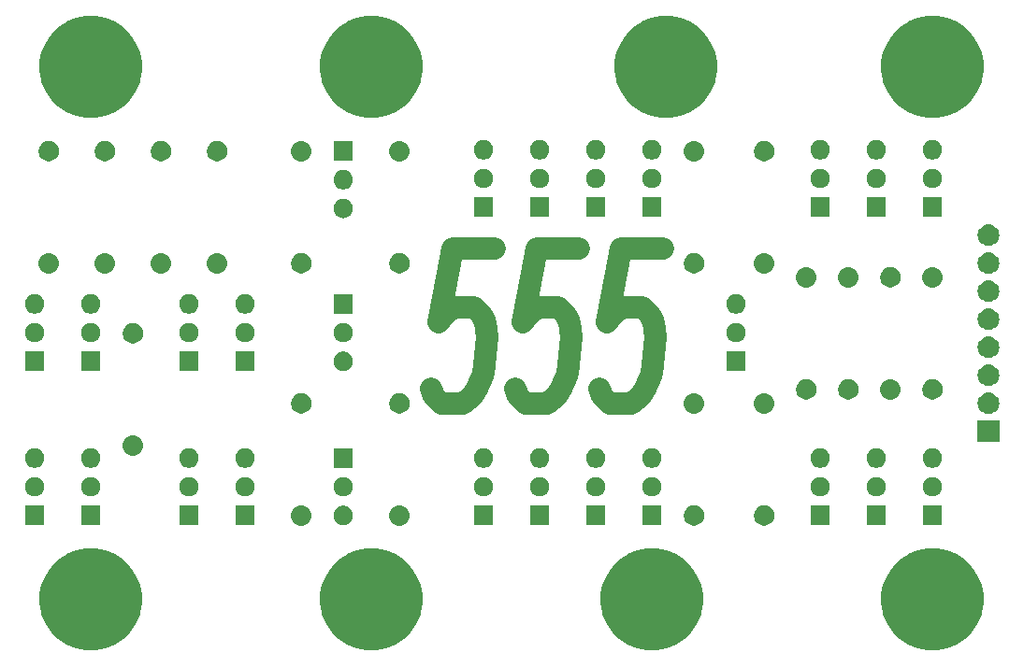
<source format=gbr>
G04 #@! TF.GenerationSoftware,KiCad,Pcbnew,(5.1.0)-1*
G04 #@! TF.CreationDate,2019-05-16T15:59:12+08:00*
G04 #@! TF.ProjectId,555,3535352e-6b69-4636-9164-5f7063625858,V1.001*
G04 #@! TF.SameCoordinates,Original*
G04 #@! TF.FileFunction,Soldermask,Top*
G04 #@! TF.FilePolarity,Negative*
%FSLAX46Y46*%
G04 Gerber Fmt 4.6, Leading zero omitted, Abs format (unit mm)*
G04 Created by KiCad (PCBNEW (5.1.0)-1) date 2019-05-16 15:59:12*
%MOMM*%
%LPD*%
G04 APERTURE LIST*
%ADD10C,2.000000*%
%ADD11C,0.100000*%
G04 APERTURE END LIST*
D10*
X112754047Y-104093333D02*
X108944523Y-104093333D01*
X107730238Y-110760000D01*
X108194523Y-110093333D01*
X109039761Y-109426666D01*
X110944523Y-109426666D01*
X111623095Y-110093333D01*
X111920714Y-110760000D01*
X112135000Y-112093333D01*
X111718333Y-115426666D01*
X111170714Y-116760000D01*
X110706428Y-117426666D01*
X109861190Y-118093333D01*
X107956428Y-118093333D01*
X107277857Y-117426666D01*
X106980238Y-116760000D01*
X120373095Y-104093333D02*
X116563571Y-104093333D01*
X115349285Y-110760000D01*
X115813571Y-110093333D01*
X116658809Y-109426666D01*
X118563571Y-109426666D01*
X119242142Y-110093333D01*
X119539761Y-110760000D01*
X119754047Y-112093333D01*
X119337380Y-115426666D01*
X118789761Y-116760000D01*
X118325476Y-117426666D01*
X117480238Y-118093333D01*
X115575476Y-118093333D01*
X114896904Y-117426666D01*
X114599285Y-116760000D01*
X127992142Y-104093333D02*
X124182619Y-104093333D01*
X122968333Y-110760000D01*
X123432619Y-110093333D01*
X124277857Y-109426666D01*
X126182619Y-109426666D01*
X126861190Y-110093333D01*
X127158809Y-110760000D01*
X127373095Y-112093333D01*
X126956428Y-115426666D01*
X126408809Y-116760000D01*
X125944523Y-117426666D01*
X125099285Y-118093333D01*
X123194523Y-118093333D01*
X122515952Y-117426666D01*
X122218333Y-116760000D01*
D11*
G36*
X153749646Y-131440813D02*
G01*
X153749648Y-131440814D01*
X153749649Y-131440814D01*
X154591707Y-131789606D01*
X154813794Y-131938000D01*
X155349541Y-132295974D01*
X155994026Y-132940459D01*
X156070780Y-133055330D01*
X156500394Y-133698293D01*
X156849186Y-134540351D01*
X156849187Y-134540354D01*
X157027000Y-135434280D01*
X157027000Y-136345720D01*
X157007287Y-136444826D01*
X156849186Y-137239649D01*
X156500394Y-138081707D01*
X156482705Y-138108180D01*
X155994026Y-138839541D01*
X155349541Y-139484026D01*
X155093523Y-139655091D01*
X154591707Y-139990394D01*
X153749649Y-140339186D01*
X153749648Y-140339186D01*
X153749646Y-140339187D01*
X152855720Y-140517000D01*
X151944280Y-140517000D01*
X151050354Y-140339187D01*
X151050352Y-140339186D01*
X151050351Y-140339186D01*
X150208293Y-139990394D01*
X149706477Y-139655091D01*
X149450459Y-139484026D01*
X148805974Y-138839541D01*
X148317295Y-138108180D01*
X148299606Y-138081707D01*
X147950814Y-137239649D01*
X147792714Y-136444826D01*
X147773000Y-136345720D01*
X147773000Y-135434280D01*
X147950813Y-134540354D01*
X147950814Y-134540351D01*
X148299606Y-133698293D01*
X148729220Y-133055330D01*
X148805974Y-132940459D01*
X149450459Y-132295974D01*
X149986206Y-131938000D01*
X150208293Y-131789606D01*
X151050351Y-131440814D01*
X151050352Y-131440814D01*
X151050354Y-131440813D01*
X151944280Y-131263000D01*
X152855720Y-131263000D01*
X153749646Y-131440813D01*
X153749646Y-131440813D01*
G37*
G36*
X128349646Y-131440813D02*
G01*
X128349648Y-131440814D01*
X128349649Y-131440814D01*
X129191707Y-131789606D01*
X129413794Y-131938000D01*
X129949541Y-132295974D01*
X130594026Y-132940459D01*
X130670780Y-133055330D01*
X131100394Y-133698293D01*
X131449186Y-134540351D01*
X131449187Y-134540354D01*
X131627000Y-135434280D01*
X131627000Y-136345720D01*
X131607287Y-136444826D01*
X131449186Y-137239649D01*
X131100394Y-138081707D01*
X131082705Y-138108180D01*
X130594026Y-138839541D01*
X129949541Y-139484026D01*
X129693523Y-139655091D01*
X129191707Y-139990394D01*
X128349649Y-140339186D01*
X128349648Y-140339186D01*
X128349646Y-140339187D01*
X127455720Y-140517000D01*
X126544280Y-140517000D01*
X125650354Y-140339187D01*
X125650352Y-140339186D01*
X125650351Y-140339186D01*
X124808293Y-139990394D01*
X124306477Y-139655091D01*
X124050459Y-139484026D01*
X123405974Y-138839541D01*
X122917295Y-138108180D01*
X122899606Y-138081707D01*
X122550814Y-137239649D01*
X122392714Y-136444826D01*
X122373000Y-136345720D01*
X122373000Y-135434280D01*
X122550813Y-134540354D01*
X122550814Y-134540351D01*
X122899606Y-133698293D01*
X123329220Y-133055330D01*
X123405974Y-132940459D01*
X124050459Y-132295974D01*
X124586206Y-131938000D01*
X124808293Y-131789606D01*
X125650351Y-131440814D01*
X125650352Y-131440814D01*
X125650354Y-131440813D01*
X126544280Y-131263000D01*
X127455720Y-131263000D01*
X128349646Y-131440813D01*
X128349646Y-131440813D01*
G37*
G36*
X77549646Y-131440813D02*
G01*
X77549648Y-131440814D01*
X77549649Y-131440814D01*
X78391707Y-131789606D01*
X78613794Y-131938000D01*
X79149541Y-132295974D01*
X79794026Y-132940459D01*
X79870780Y-133055330D01*
X80300394Y-133698293D01*
X80649186Y-134540351D01*
X80649187Y-134540354D01*
X80827000Y-135434280D01*
X80827000Y-136345720D01*
X80807287Y-136444826D01*
X80649186Y-137239649D01*
X80300394Y-138081707D01*
X80282705Y-138108180D01*
X79794026Y-138839541D01*
X79149541Y-139484026D01*
X78893523Y-139655091D01*
X78391707Y-139990394D01*
X77549649Y-140339186D01*
X77549648Y-140339186D01*
X77549646Y-140339187D01*
X76655720Y-140517000D01*
X75744280Y-140517000D01*
X74850354Y-140339187D01*
X74850352Y-140339186D01*
X74850351Y-140339186D01*
X74008293Y-139990394D01*
X73506477Y-139655091D01*
X73250459Y-139484026D01*
X72605974Y-138839541D01*
X72117295Y-138108180D01*
X72099606Y-138081707D01*
X71750814Y-137239649D01*
X71592714Y-136444826D01*
X71573000Y-136345720D01*
X71573000Y-135434280D01*
X71750813Y-134540354D01*
X71750814Y-134540351D01*
X72099606Y-133698293D01*
X72529220Y-133055330D01*
X72605974Y-132940459D01*
X73250459Y-132295974D01*
X73786206Y-131938000D01*
X74008293Y-131789606D01*
X74850351Y-131440814D01*
X74850352Y-131440814D01*
X74850354Y-131440813D01*
X75744280Y-131263000D01*
X76655720Y-131263000D01*
X77549646Y-131440813D01*
X77549646Y-131440813D01*
G37*
G36*
X102949646Y-131440813D02*
G01*
X102949648Y-131440814D01*
X102949649Y-131440814D01*
X103791707Y-131789606D01*
X104013794Y-131938000D01*
X104549541Y-132295974D01*
X105194026Y-132940459D01*
X105270780Y-133055330D01*
X105700394Y-133698293D01*
X106049186Y-134540351D01*
X106049187Y-134540354D01*
X106227000Y-135434280D01*
X106227000Y-136345720D01*
X106207287Y-136444826D01*
X106049186Y-137239649D01*
X105700394Y-138081707D01*
X105682705Y-138108180D01*
X105194026Y-138839541D01*
X104549541Y-139484026D01*
X104293523Y-139655091D01*
X103791707Y-139990394D01*
X102949649Y-140339186D01*
X102949648Y-140339186D01*
X102949646Y-140339187D01*
X102055720Y-140517000D01*
X101144280Y-140517000D01*
X100250354Y-140339187D01*
X100250352Y-140339186D01*
X100250351Y-140339186D01*
X99408293Y-139990394D01*
X98906477Y-139655091D01*
X98650459Y-139484026D01*
X98005974Y-138839541D01*
X97517295Y-138108180D01*
X97499606Y-138081707D01*
X97150814Y-137239649D01*
X96992714Y-136444826D01*
X96973000Y-136345720D01*
X96973000Y-135434280D01*
X97150813Y-134540354D01*
X97150814Y-134540351D01*
X97499606Y-133698293D01*
X97929220Y-133055330D01*
X98005974Y-132940459D01*
X98650459Y-132295974D01*
X99186206Y-131938000D01*
X99408293Y-131789606D01*
X100250351Y-131440814D01*
X100250352Y-131440814D01*
X100250354Y-131440813D01*
X101144280Y-131263000D01*
X102055720Y-131263000D01*
X102949646Y-131440813D01*
X102949646Y-131440813D01*
G37*
G36*
X95431724Y-127356413D02*
G01*
X95606464Y-127409420D01*
X95606466Y-127409421D01*
X95767507Y-127495500D01*
X95908660Y-127611340D01*
X96024500Y-127752493D01*
X96024501Y-127752495D01*
X96110580Y-127913536D01*
X96163587Y-128088276D01*
X96181485Y-128270000D01*
X96163587Y-128451724D01*
X96110580Y-128626464D01*
X96110579Y-128626466D01*
X96024500Y-128787507D01*
X95908660Y-128928660D01*
X95767507Y-129044500D01*
X95767505Y-129044501D01*
X95606464Y-129130580D01*
X95431724Y-129183587D01*
X95295538Y-129197000D01*
X95204462Y-129197000D01*
X95068276Y-129183587D01*
X94893536Y-129130580D01*
X94732495Y-129044501D01*
X94732493Y-129044500D01*
X94591340Y-128928660D01*
X94475500Y-128787507D01*
X94389421Y-128626466D01*
X94389420Y-128626464D01*
X94336413Y-128451724D01*
X94318515Y-128270000D01*
X94336413Y-128088276D01*
X94389420Y-127913536D01*
X94475499Y-127752495D01*
X94475500Y-127752493D01*
X94591340Y-127611340D01*
X94732493Y-127495500D01*
X94893534Y-127409421D01*
X94893536Y-127409420D01*
X95068276Y-127356413D01*
X95204462Y-127343000D01*
X95295538Y-127343000D01*
X95431724Y-127356413D01*
X95431724Y-127356413D01*
G37*
G36*
X104321724Y-127356413D02*
G01*
X104496464Y-127409420D01*
X104496466Y-127409421D01*
X104657507Y-127495500D01*
X104798660Y-127611340D01*
X104914500Y-127752493D01*
X104914501Y-127752495D01*
X105000580Y-127913536D01*
X105053587Y-128088276D01*
X105071485Y-128270000D01*
X105053587Y-128451724D01*
X105000580Y-128626464D01*
X105000579Y-128626466D01*
X104914500Y-128787507D01*
X104798660Y-128928660D01*
X104657507Y-129044500D01*
X104657505Y-129044501D01*
X104496464Y-129130580D01*
X104321724Y-129183587D01*
X104185538Y-129197000D01*
X104094462Y-129197000D01*
X103958276Y-129183587D01*
X103783536Y-129130580D01*
X103622495Y-129044501D01*
X103622493Y-129044500D01*
X103481340Y-128928660D01*
X103365500Y-128787507D01*
X103279421Y-128626466D01*
X103279420Y-128626464D01*
X103226413Y-128451724D01*
X103208515Y-128270000D01*
X103226413Y-128088276D01*
X103279420Y-127913536D01*
X103365499Y-127752495D01*
X103365500Y-127752493D01*
X103481340Y-127611340D01*
X103622493Y-127495500D01*
X103783534Y-127409421D01*
X103783536Y-127409420D01*
X103958276Y-127356413D01*
X104094462Y-127343000D01*
X104185538Y-127343000D01*
X104321724Y-127356413D01*
X104321724Y-127356413D01*
G37*
G36*
X131080399Y-127378624D02*
G01*
X131249096Y-127448501D01*
X131400927Y-127549951D01*
X131530049Y-127679073D01*
X131631499Y-127830904D01*
X131701376Y-127999601D01*
X131737000Y-128178699D01*
X131737000Y-128361301D01*
X131701376Y-128540399D01*
X131631499Y-128709096D01*
X131530049Y-128860927D01*
X131400927Y-128990049D01*
X131249096Y-129091499D01*
X131080399Y-129161376D01*
X130901301Y-129197000D01*
X130718699Y-129197000D01*
X130539601Y-129161376D01*
X130370904Y-129091499D01*
X130219073Y-128990049D01*
X130089951Y-128860927D01*
X129988501Y-128709096D01*
X129918624Y-128540399D01*
X129883000Y-128361301D01*
X129883000Y-128178699D01*
X129918624Y-127999601D01*
X129988501Y-127830904D01*
X130089951Y-127679073D01*
X130219073Y-127549951D01*
X130370904Y-127448501D01*
X130539601Y-127378624D01*
X130718699Y-127343000D01*
X130901301Y-127343000D01*
X131080399Y-127378624D01*
X131080399Y-127378624D01*
G37*
G36*
X137430399Y-127378624D02*
G01*
X137599096Y-127448501D01*
X137750927Y-127549951D01*
X137880049Y-127679073D01*
X137981499Y-127830904D01*
X138051376Y-127999601D01*
X138087000Y-128178699D01*
X138087000Y-128361301D01*
X138051376Y-128540399D01*
X137981499Y-128709096D01*
X137880049Y-128860927D01*
X137750927Y-128990049D01*
X137599096Y-129091499D01*
X137430399Y-129161376D01*
X137251301Y-129197000D01*
X137068699Y-129197000D01*
X136889601Y-129161376D01*
X136720904Y-129091499D01*
X136569073Y-128990049D01*
X136439951Y-128860927D01*
X136338501Y-128709096D01*
X136268624Y-128540399D01*
X136233000Y-128361301D01*
X136233000Y-128178699D01*
X136268624Y-127999601D01*
X136338501Y-127830904D01*
X136439951Y-127679073D01*
X136569073Y-127549951D01*
X136720904Y-127448501D01*
X136889601Y-127378624D01*
X137068699Y-127343000D01*
X137251301Y-127343000D01*
X137430399Y-127378624D01*
X137430399Y-127378624D01*
G37*
G36*
X143117000Y-129147000D02*
G01*
X141363000Y-129147000D01*
X141363000Y-127393000D01*
X143117000Y-127393000D01*
X143117000Y-129147000D01*
X143117000Y-129147000D01*
G37*
G36*
X71997000Y-129147000D02*
G01*
X70243000Y-129147000D01*
X70243000Y-127393000D01*
X71997000Y-127393000D01*
X71997000Y-129147000D01*
X71997000Y-129147000D01*
G37*
G36*
X77077000Y-129147000D02*
G01*
X75323000Y-129147000D01*
X75323000Y-127393000D01*
X77077000Y-127393000D01*
X77077000Y-129147000D01*
X77077000Y-129147000D01*
G37*
G36*
X85967000Y-129147000D02*
G01*
X84213000Y-129147000D01*
X84213000Y-127393000D01*
X85967000Y-127393000D01*
X85967000Y-129147000D01*
X85967000Y-129147000D01*
G37*
G36*
X91047000Y-129147000D02*
G01*
X89293000Y-129147000D01*
X89293000Y-127393000D01*
X91047000Y-127393000D01*
X91047000Y-129147000D01*
X91047000Y-129147000D01*
G37*
G36*
X117717000Y-129147000D02*
G01*
X115963000Y-129147000D01*
X115963000Y-127393000D01*
X117717000Y-127393000D01*
X117717000Y-129147000D01*
X117717000Y-129147000D01*
G37*
G36*
X122797000Y-129147000D02*
G01*
X121043000Y-129147000D01*
X121043000Y-127393000D01*
X122797000Y-127393000D01*
X122797000Y-129147000D01*
X122797000Y-129147000D01*
G37*
G36*
X127877000Y-129147000D02*
G01*
X126123000Y-129147000D01*
X126123000Y-127393000D01*
X127877000Y-127393000D01*
X127877000Y-129147000D01*
X127877000Y-129147000D01*
G37*
G36*
X148197000Y-129147000D02*
G01*
X146443000Y-129147000D01*
X146443000Y-127393000D01*
X148197000Y-127393000D01*
X148197000Y-129147000D01*
X148197000Y-129147000D01*
G37*
G36*
X112637000Y-129147000D02*
G01*
X110883000Y-129147000D01*
X110883000Y-127393000D01*
X112637000Y-127393000D01*
X112637000Y-129147000D01*
X112637000Y-129147000D01*
G37*
G36*
X153277000Y-129147000D02*
G01*
X151523000Y-129147000D01*
X151523000Y-127393000D01*
X153277000Y-127393000D01*
X153277000Y-129147000D01*
X153277000Y-129147000D01*
G37*
G36*
X99180264Y-127392741D02*
G01*
X99315815Y-127419703D01*
X99475412Y-127485810D01*
X99619053Y-127581788D01*
X99741212Y-127703947D01*
X99837190Y-127847588D01*
X99903297Y-128007185D01*
X99937000Y-128176624D01*
X99937000Y-128349376D01*
X99903297Y-128518815D01*
X99837190Y-128678412D01*
X99741212Y-128822053D01*
X99619053Y-128944212D01*
X99475412Y-129040190D01*
X99315815Y-129106297D01*
X99193739Y-129130579D01*
X99146377Y-129140000D01*
X98973623Y-129140000D01*
X98926261Y-129130579D01*
X98804185Y-129106297D01*
X98644588Y-129040190D01*
X98500947Y-128944212D01*
X98378788Y-128822053D01*
X98282810Y-128678412D01*
X98216703Y-128518815D01*
X98183000Y-128349376D01*
X98183000Y-128176624D01*
X98216703Y-128007185D01*
X98282810Y-127847588D01*
X98378788Y-127703947D01*
X98500947Y-127581788D01*
X98644588Y-127485810D01*
X98804185Y-127419703D01*
X98939736Y-127392741D01*
X98973623Y-127386000D01*
X99146377Y-127386000D01*
X99180264Y-127392741D01*
X99180264Y-127392741D01*
G37*
G36*
X85210264Y-124799741D02*
G01*
X85345815Y-124826703D01*
X85505412Y-124892810D01*
X85649053Y-124988788D01*
X85771212Y-125110947D01*
X85867190Y-125254588D01*
X85933297Y-125414185D01*
X85960259Y-125549736D01*
X85965608Y-125576623D01*
X85967000Y-125583624D01*
X85967000Y-125756376D01*
X85933297Y-125925815D01*
X85867190Y-126085412D01*
X85771212Y-126229053D01*
X85649053Y-126351212D01*
X85505412Y-126447190D01*
X85345815Y-126513297D01*
X85211568Y-126540000D01*
X85176377Y-126547000D01*
X85003623Y-126547000D01*
X84968432Y-126540000D01*
X84834185Y-126513297D01*
X84674588Y-126447190D01*
X84530947Y-126351212D01*
X84408788Y-126229053D01*
X84312810Y-126085412D01*
X84246703Y-125925815D01*
X84213000Y-125756376D01*
X84213000Y-125583624D01*
X84214393Y-125576623D01*
X84219741Y-125549736D01*
X84246703Y-125414185D01*
X84312810Y-125254588D01*
X84408788Y-125110947D01*
X84530947Y-124988788D01*
X84674588Y-124892810D01*
X84834185Y-124826703D01*
X84969736Y-124799741D01*
X85003623Y-124793000D01*
X85176377Y-124793000D01*
X85210264Y-124799741D01*
X85210264Y-124799741D01*
G37*
G36*
X71240264Y-124799741D02*
G01*
X71375815Y-124826703D01*
X71535412Y-124892810D01*
X71679053Y-124988788D01*
X71801212Y-125110947D01*
X71897190Y-125254588D01*
X71963297Y-125414185D01*
X71990259Y-125549736D01*
X71995608Y-125576623D01*
X71997000Y-125583624D01*
X71997000Y-125756376D01*
X71963297Y-125925815D01*
X71897190Y-126085412D01*
X71801212Y-126229053D01*
X71679053Y-126351212D01*
X71535412Y-126447190D01*
X71375815Y-126513297D01*
X71241568Y-126540000D01*
X71206377Y-126547000D01*
X71033623Y-126547000D01*
X70998432Y-126540000D01*
X70864185Y-126513297D01*
X70704588Y-126447190D01*
X70560947Y-126351212D01*
X70438788Y-126229053D01*
X70342810Y-126085412D01*
X70276703Y-125925815D01*
X70243000Y-125756376D01*
X70243000Y-125583624D01*
X70244393Y-125576623D01*
X70249741Y-125549736D01*
X70276703Y-125414185D01*
X70342810Y-125254588D01*
X70438788Y-125110947D01*
X70560947Y-124988788D01*
X70704588Y-124892810D01*
X70864185Y-124826703D01*
X70999736Y-124799741D01*
X71033623Y-124793000D01*
X71206377Y-124793000D01*
X71240264Y-124799741D01*
X71240264Y-124799741D01*
G37*
G36*
X152520264Y-124799741D02*
G01*
X152655815Y-124826703D01*
X152815412Y-124892810D01*
X152959053Y-124988788D01*
X153081212Y-125110947D01*
X153177190Y-125254588D01*
X153243297Y-125414185D01*
X153270259Y-125549736D01*
X153275608Y-125576623D01*
X153277000Y-125583624D01*
X153277000Y-125756376D01*
X153243297Y-125925815D01*
X153177190Y-126085412D01*
X153081212Y-126229053D01*
X152959053Y-126351212D01*
X152815412Y-126447190D01*
X152655815Y-126513297D01*
X152521568Y-126540000D01*
X152486377Y-126547000D01*
X152313623Y-126547000D01*
X152278432Y-126540000D01*
X152144185Y-126513297D01*
X151984588Y-126447190D01*
X151840947Y-126351212D01*
X151718788Y-126229053D01*
X151622810Y-126085412D01*
X151556703Y-125925815D01*
X151523000Y-125756376D01*
X151523000Y-125583624D01*
X151524393Y-125576623D01*
X151529741Y-125549736D01*
X151556703Y-125414185D01*
X151622810Y-125254588D01*
X151718788Y-125110947D01*
X151840947Y-124988788D01*
X151984588Y-124892810D01*
X152144185Y-124826703D01*
X152279736Y-124799741D01*
X152313623Y-124793000D01*
X152486377Y-124793000D01*
X152520264Y-124799741D01*
X152520264Y-124799741D01*
G37*
G36*
X90290264Y-124799741D02*
G01*
X90425815Y-124826703D01*
X90585412Y-124892810D01*
X90729053Y-124988788D01*
X90851212Y-125110947D01*
X90947190Y-125254588D01*
X91013297Y-125414185D01*
X91040259Y-125549736D01*
X91045608Y-125576623D01*
X91047000Y-125583624D01*
X91047000Y-125756376D01*
X91013297Y-125925815D01*
X90947190Y-126085412D01*
X90851212Y-126229053D01*
X90729053Y-126351212D01*
X90585412Y-126447190D01*
X90425815Y-126513297D01*
X90291568Y-126540000D01*
X90256377Y-126547000D01*
X90083623Y-126547000D01*
X90048432Y-126540000D01*
X89914185Y-126513297D01*
X89754588Y-126447190D01*
X89610947Y-126351212D01*
X89488788Y-126229053D01*
X89392810Y-126085412D01*
X89326703Y-125925815D01*
X89293000Y-125756376D01*
X89293000Y-125583624D01*
X89294393Y-125576623D01*
X89299741Y-125549736D01*
X89326703Y-125414185D01*
X89392810Y-125254588D01*
X89488788Y-125110947D01*
X89610947Y-124988788D01*
X89754588Y-124892810D01*
X89914185Y-124826703D01*
X90049736Y-124799741D01*
X90083623Y-124793000D01*
X90256377Y-124793000D01*
X90290264Y-124799741D01*
X90290264Y-124799741D01*
G37*
G36*
X116960264Y-124799741D02*
G01*
X117095815Y-124826703D01*
X117255412Y-124892810D01*
X117399053Y-124988788D01*
X117521212Y-125110947D01*
X117617190Y-125254588D01*
X117683297Y-125414185D01*
X117710259Y-125549736D01*
X117715608Y-125576623D01*
X117717000Y-125583624D01*
X117717000Y-125756376D01*
X117683297Y-125925815D01*
X117617190Y-126085412D01*
X117521212Y-126229053D01*
X117399053Y-126351212D01*
X117255412Y-126447190D01*
X117095815Y-126513297D01*
X116961568Y-126540000D01*
X116926377Y-126547000D01*
X116753623Y-126547000D01*
X116718432Y-126540000D01*
X116584185Y-126513297D01*
X116424588Y-126447190D01*
X116280947Y-126351212D01*
X116158788Y-126229053D01*
X116062810Y-126085412D01*
X115996703Y-125925815D01*
X115963000Y-125756376D01*
X115963000Y-125583624D01*
X115964393Y-125576623D01*
X115969741Y-125549736D01*
X115996703Y-125414185D01*
X116062810Y-125254588D01*
X116158788Y-125110947D01*
X116280947Y-124988788D01*
X116424588Y-124892810D01*
X116584185Y-124826703D01*
X116719736Y-124799741D01*
X116753623Y-124793000D01*
X116926377Y-124793000D01*
X116960264Y-124799741D01*
X116960264Y-124799741D01*
G37*
G36*
X122040264Y-124799741D02*
G01*
X122175815Y-124826703D01*
X122335412Y-124892810D01*
X122479053Y-124988788D01*
X122601212Y-125110947D01*
X122697190Y-125254588D01*
X122763297Y-125414185D01*
X122790259Y-125549736D01*
X122795608Y-125576623D01*
X122797000Y-125583624D01*
X122797000Y-125756376D01*
X122763297Y-125925815D01*
X122697190Y-126085412D01*
X122601212Y-126229053D01*
X122479053Y-126351212D01*
X122335412Y-126447190D01*
X122175815Y-126513297D01*
X122041568Y-126540000D01*
X122006377Y-126547000D01*
X121833623Y-126547000D01*
X121798432Y-126540000D01*
X121664185Y-126513297D01*
X121504588Y-126447190D01*
X121360947Y-126351212D01*
X121238788Y-126229053D01*
X121142810Y-126085412D01*
X121076703Y-125925815D01*
X121043000Y-125756376D01*
X121043000Y-125583624D01*
X121044393Y-125576623D01*
X121049741Y-125549736D01*
X121076703Y-125414185D01*
X121142810Y-125254588D01*
X121238788Y-125110947D01*
X121360947Y-124988788D01*
X121504588Y-124892810D01*
X121664185Y-124826703D01*
X121799736Y-124799741D01*
X121833623Y-124793000D01*
X122006377Y-124793000D01*
X122040264Y-124799741D01*
X122040264Y-124799741D01*
G37*
G36*
X127120264Y-124799741D02*
G01*
X127255815Y-124826703D01*
X127415412Y-124892810D01*
X127559053Y-124988788D01*
X127681212Y-125110947D01*
X127777190Y-125254588D01*
X127843297Y-125414185D01*
X127870259Y-125549736D01*
X127875608Y-125576623D01*
X127877000Y-125583624D01*
X127877000Y-125756376D01*
X127843297Y-125925815D01*
X127777190Y-126085412D01*
X127681212Y-126229053D01*
X127559053Y-126351212D01*
X127415412Y-126447190D01*
X127255815Y-126513297D01*
X127121568Y-126540000D01*
X127086377Y-126547000D01*
X126913623Y-126547000D01*
X126878432Y-126540000D01*
X126744185Y-126513297D01*
X126584588Y-126447190D01*
X126440947Y-126351212D01*
X126318788Y-126229053D01*
X126222810Y-126085412D01*
X126156703Y-125925815D01*
X126123000Y-125756376D01*
X126123000Y-125583624D01*
X126124393Y-125576623D01*
X126129741Y-125549736D01*
X126156703Y-125414185D01*
X126222810Y-125254588D01*
X126318788Y-125110947D01*
X126440947Y-124988788D01*
X126584588Y-124892810D01*
X126744185Y-124826703D01*
X126879736Y-124799741D01*
X126913623Y-124793000D01*
X127086377Y-124793000D01*
X127120264Y-124799741D01*
X127120264Y-124799741D01*
G37*
G36*
X142360264Y-124799741D02*
G01*
X142495815Y-124826703D01*
X142655412Y-124892810D01*
X142799053Y-124988788D01*
X142921212Y-125110947D01*
X143017190Y-125254588D01*
X143083297Y-125414185D01*
X143110259Y-125549736D01*
X143115608Y-125576623D01*
X143117000Y-125583624D01*
X143117000Y-125756376D01*
X143083297Y-125925815D01*
X143017190Y-126085412D01*
X142921212Y-126229053D01*
X142799053Y-126351212D01*
X142655412Y-126447190D01*
X142495815Y-126513297D01*
X142361568Y-126540000D01*
X142326377Y-126547000D01*
X142153623Y-126547000D01*
X142118432Y-126540000D01*
X141984185Y-126513297D01*
X141824588Y-126447190D01*
X141680947Y-126351212D01*
X141558788Y-126229053D01*
X141462810Y-126085412D01*
X141396703Y-125925815D01*
X141363000Y-125756376D01*
X141363000Y-125583624D01*
X141364393Y-125576623D01*
X141369741Y-125549736D01*
X141396703Y-125414185D01*
X141462810Y-125254588D01*
X141558788Y-125110947D01*
X141680947Y-124988788D01*
X141824588Y-124892810D01*
X141984185Y-124826703D01*
X142119736Y-124799741D01*
X142153623Y-124793000D01*
X142326377Y-124793000D01*
X142360264Y-124799741D01*
X142360264Y-124799741D01*
G37*
G36*
X76320264Y-124799741D02*
G01*
X76455815Y-124826703D01*
X76615412Y-124892810D01*
X76759053Y-124988788D01*
X76881212Y-125110947D01*
X76977190Y-125254588D01*
X77043297Y-125414185D01*
X77070259Y-125549736D01*
X77075608Y-125576623D01*
X77077000Y-125583624D01*
X77077000Y-125756376D01*
X77043297Y-125925815D01*
X76977190Y-126085412D01*
X76881212Y-126229053D01*
X76759053Y-126351212D01*
X76615412Y-126447190D01*
X76455815Y-126513297D01*
X76321568Y-126540000D01*
X76286377Y-126547000D01*
X76113623Y-126547000D01*
X76078432Y-126540000D01*
X75944185Y-126513297D01*
X75784588Y-126447190D01*
X75640947Y-126351212D01*
X75518788Y-126229053D01*
X75422810Y-126085412D01*
X75356703Y-125925815D01*
X75323000Y-125756376D01*
X75323000Y-125583624D01*
X75324393Y-125576623D01*
X75329741Y-125549736D01*
X75356703Y-125414185D01*
X75422810Y-125254588D01*
X75518788Y-125110947D01*
X75640947Y-124988788D01*
X75784588Y-124892810D01*
X75944185Y-124826703D01*
X76079736Y-124799741D01*
X76113623Y-124793000D01*
X76286377Y-124793000D01*
X76320264Y-124799741D01*
X76320264Y-124799741D01*
G37*
G36*
X111880264Y-124799741D02*
G01*
X112015815Y-124826703D01*
X112175412Y-124892810D01*
X112319053Y-124988788D01*
X112441212Y-125110947D01*
X112537190Y-125254588D01*
X112603297Y-125414185D01*
X112630259Y-125549736D01*
X112635608Y-125576623D01*
X112637000Y-125583624D01*
X112637000Y-125756376D01*
X112603297Y-125925815D01*
X112537190Y-126085412D01*
X112441212Y-126229053D01*
X112319053Y-126351212D01*
X112175412Y-126447190D01*
X112015815Y-126513297D01*
X111881568Y-126540000D01*
X111846377Y-126547000D01*
X111673623Y-126547000D01*
X111638432Y-126540000D01*
X111504185Y-126513297D01*
X111344588Y-126447190D01*
X111200947Y-126351212D01*
X111078788Y-126229053D01*
X110982810Y-126085412D01*
X110916703Y-125925815D01*
X110883000Y-125756376D01*
X110883000Y-125583624D01*
X110884393Y-125576623D01*
X110889741Y-125549736D01*
X110916703Y-125414185D01*
X110982810Y-125254588D01*
X111078788Y-125110947D01*
X111200947Y-124988788D01*
X111344588Y-124892810D01*
X111504185Y-124826703D01*
X111639736Y-124799741D01*
X111673623Y-124793000D01*
X111846377Y-124793000D01*
X111880264Y-124799741D01*
X111880264Y-124799741D01*
G37*
G36*
X147440264Y-124799741D02*
G01*
X147575815Y-124826703D01*
X147735412Y-124892810D01*
X147879053Y-124988788D01*
X148001212Y-125110947D01*
X148097190Y-125254588D01*
X148163297Y-125414185D01*
X148190259Y-125549736D01*
X148195608Y-125576623D01*
X148197000Y-125583624D01*
X148197000Y-125756376D01*
X148163297Y-125925815D01*
X148097190Y-126085412D01*
X148001212Y-126229053D01*
X147879053Y-126351212D01*
X147735412Y-126447190D01*
X147575815Y-126513297D01*
X147441568Y-126540000D01*
X147406377Y-126547000D01*
X147233623Y-126547000D01*
X147198432Y-126540000D01*
X147064185Y-126513297D01*
X146904588Y-126447190D01*
X146760947Y-126351212D01*
X146638788Y-126229053D01*
X146542810Y-126085412D01*
X146476703Y-125925815D01*
X146443000Y-125756376D01*
X146443000Y-125583624D01*
X146444393Y-125576623D01*
X146449741Y-125549736D01*
X146476703Y-125414185D01*
X146542810Y-125254588D01*
X146638788Y-125110947D01*
X146760947Y-124988788D01*
X146904588Y-124892810D01*
X147064185Y-124826703D01*
X147199736Y-124799741D01*
X147233623Y-124793000D01*
X147406377Y-124793000D01*
X147440264Y-124799741D01*
X147440264Y-124799741D01*
G37*
G36*
X99180264Y-124792741D02*
G01*
X99315815Y-124819703D01*
X99475412Y-124885810D01*
X99619053Y-124981788D01*
X99741212Y-125103947D01*
X99837190Y-125247588D01*
X99903297Y-125407185D01*
X99930259Y-125542736D01*
X99937000Y-125576623D01*
X99937000Y-125749377D01*
X99930259Y-125783264D01*
X99903297Y-125918815D01*
X99837190Y-126078412D01*
X99741212Y-126222053D01*
X99619053Y-126344212D01*
X99475412Y-126440190D01*
X99315815Y-126506297D01*
X99180264Y-126533259D01*
X99146377Y-126540000D01*
X98973623Y-126540000D01*
X98939736Y-126533259D01*
X98804185Y-126506297D01*
X98644588Y-126440190D01*
X98500947Y-126344212D01*
X98378788Y-126222053D01*
X98282810Y-126078412D01*
X98216703Y-125918815D01*
X98189741Y-125783264D01*
X98183000Y-125749377D01*
X98183000Y-125576623D01*
X98189741Y-125542736D01*
X98216703Y-125407185D01*
X98282810Y-125247588D01*
X98378788Y-125103947D01*
X98500947Y-124981788D01*
X98644588Y-124885810D01*
X98804185Y-124819703D01*
X98939736Y-124792741D01*
X98973623Y-124786000D01*
X99146377Y-124786000D01*
X99180264Y-124792741D01*
X99180264Y-124792741D01*
G37*
G36*
X116960264Y-122199741D02*
G01*
X117095815Y-122226703D01*
X117255412Y-122292810D01*
X117399053Y-122388788D01*
X117521212Y-122510947D01*
X117617190Y-122654588D01*
X117683297Y-122814185D01*
X117717000Y-122983624D01*
X117717000Y-123156376D01*
X117683297Y-123325815D01*
X117617190Y-123485412D01*
X117521212Y-123629053D01*
X117399053Y-123751212D01*
X117255412Y-123847190D01*
X117095815Y-123913297D01*
X116961568Y-123940000D01*
X116926377Y-123947000D01*
X116753623Y-123947000D01*
X116718432Y-123940000D01*
X116584185Y-123913297D01*
X116424588Y-123847190D01*
X116280947Y-123751212D01*
X116158788Y-123629053D01*
X116062810Y-123485412D01*
X115996703Y-123325815D01*
X115963000Y-123156376D01*
X115963000Y-122983624D01*
X115996703Y-122814185D01*
X116062810Y-122654588D01*
X116158788Y-122510947D01*
X116280947Y-122388788D01*
X116424588Y-122292810D01*
X116584185Y-122226703D01*
X116719736Y-122199741D01*
X116753623Y-122193000D01*
X116926377Y-122193000D01*
X116960264Y-122199741D01*
X116960264Y-122199741D01*
G37*
G36*
X152520264Y-122199741D02*
G01*
X152655815Y-122226703D01*
X152815412Y-122292810D01*
X152959053Y-122388788D01*
X153081212Y-122510947D01*
X153177190Y-122654588D01*
X153243297Y-122814185D01*
X153277000Y-122983624D01*
X153277000Y-123156376D01*
X153243297Y-123325815D01*
X153177190Y-123485412D01*
X153081212Y-123629053D01*
X152959053Y-123751212D01*
X152815412Y-123847190D01*
X152655815Y-123913297D01*
X152521568Y-123940000D01*
X152486377Y-123947000D01*
X152313623Y-123947000D01*
X152278432Y-123940000D01*
X152144185Y-123913297D01*
X151984588Y-123847190D01*
X151840947Y-123751212D01*
X151718788Y-123629053D01*
X151622810Y-123485412D01*
X151556703Y-123325815D01*
X151523000Y-123156376D01*
X151523000Y-122983624D01*
X151556703Y-122814185D01*
X151622810Y-122654588D01*
X151718788Y-122510947D01*
X151840947Y-122388788D01*
X151984588Y-122292810D01*
X152144185Y-122226703D01*
X152279736Y-122199741D01*
X152313623Y-122193000D01*
X152486377Y-122193000D01*
X152520264Y-122199741D01*
X152520264Y-122199741D01*
G37*
G36*
X147440264Y-122199741D02*
G01*
X147575815Y-122226703D01*
X147735412Y-122292810D01*
X147879053Y-122388788D01*
X148001212Y-122510947D01*
X148097190Y-122654588D01*
X148163297Y-122814185D01*
X148197000Y-122983624D01*
X148197000Y-123156376D01*
X148163297Y-123325815D01*
X148097190Y-123485412D01*
X148001212Y-123629053D01*
X147879053Y-123751212D01*
X147735412Y-123847190D01*
X147575815Y-123913297D01*
X147441568Y-123940000D01*
X147406377Y-123947000D01*
X147233623Y-123947000D01*
X147198432Y-123940000D01*
X147064185Y-123913297D01*
X146904588Y-123847190D01*
X146760947Y-123751212D01*
X146638788Y-123629053D01*
X146542810Y-123485412D01*
X146476703Y-123325815D01*
X146443000Y-123156376D01*
X146443000Y-122983624D01*
X146476703Y-122814185D01*
X146542810Y-122654588D01*
X146638788Y-122510947D01*
X146760947Y-122388788D01*
X146904588Y-122292810D01*
X147064185Y-122226703D01*
X147199736Y-122199741D01*
X147233623Y-122193000D01*
X147406377Y-122193000D01*
X147440264Y-122199741D01*
X147440264Y-122199741D01*
G37*
G36*
X111880264Y-122199741D02*
G01*
X112015815Y-122226703D01*
X112175412Y-122292810D01*
X112319053Y-122388788D01*
X112441212Y-122510947D01*
X112537190Y-122654588D01*
X112603297Y-122814185D01*
X112637000Y-122983624D01*
X112637000Y-123156376D01*
X112603297Y-123325815D01*
X112537190Y-123485412D01*
X112441212Y-123629053D01*
X112319053Y-123751212D01*
X112175412Y-123847190D01*
X112015815Y-123913297D01*
X111881568Y-123940000D01*
X111846377Y-123947000D01*
X111673623Y-123947000D01*
X111638432Y-123940000D01*
X111504185Y-123913297D01*
X111344588Y-123847190D01*
X111200947Y-123751212D01*
X111078788Y-123629053D01*
X110982810Y-123485412D01*
X110916703Y-123325815D01*
X110883000Y-123156376D01*
X110883000Y-122983624D01*
X110916703Y-122814185D01*
X110982810Y-122654588D01*
X111078788Y-122510947D01*
X111200947Y-122388788D01*
X111344588Y-122292810D01*
X111504185Y-122226703D01*
X111639736Y-122199741D01*
X111673623Y-122193000D01*
X111846377Y-122193000D01*
X111880264Y-122199741D01*
X111880264Y-122199741D01*
G37*
G36*
X90290264Y-122199741D02*
G01*
X90425815Y-122226703D01*
X90585412Y-122292810D01*
X90729053Y-122388788D01*
X90851212Y-122510947D01*
X90947190Y-122654588D01*
X91013297Y-122814185D01*
X91047000Y-122983624D01*
X91047000Y-123156376D01*
X91013297Y-123325815D01*
X90947190Y-123485412D01*
X90851212Y-123629053D01*
X90729053Y-123751212D01*
X90585412Y-123847190D01*
X90425815Y-123913297D01*
X90291568Y-123940000D01*
X90256377Y-123947000D01*
X90083623Y-123947000D01*
X90048432Y-123940000D01*
X89914185Y-123913297D01*
X89754588Y-123847190D01*
X89610947Y-123751212D01*
X89488788Y-123629053D01*
X89392810Y-123485412D01*
X89326703Y-123325815D01*
X89293000Y-123156376D01*
X89293000Y-122983624D01*
X89326703Y-122814185D01*
X89392810Y-122654588D01*
X89488788Y-122510947D01*
X89610947Y-122388788D01*
X89754588Y-122292810D01*
X89914185Y-122226703D01*
X90049736Y-122199741D01*
X90083623Y-122193000D01*
X90256377Y-122193000D01*
X90290264Y-122199741D01*
X90290264Y-122199741D01*
G37*
G36*
X127120264Y-122199741D02*
G01*
X127255815Y-122226703D01*
X127415412Y-122292810D01*
X127559053Y-122388788D01*
X127681212Y-122510947D01*
X127777190Y-122654588D01*
X127843297Y-122814185D01*
X127877000Y-122983624D01*
X127877000Y-123156376D01*
X127843297Y-123325815D01*
X127777190Y-123485412D01*
X127681212Y-123629053D01*
X127559053Y-123751212D01*
X127415412Y-123847190D01*
X127255815Y-123913297D01*
X127121568Y-123940000D01*
X127086377Y-123947000D01*
X126913623Y-123947000D01*
X126878432Y-123940000D01*
X126744185Y-123913297D01*
X126584588Y-123847190D01*
X126440947Y-123751212D01*
X126318788Y-123629053D01*
X126222810Y-123485412D01*
X126156703Y-123325815D01*
X126123000Y-123156376D01*
X126123000Y-122983624D01*
X126156703Y-122814185D01*
X126222810Y-122654588D01*
X126318788Y-122510947D01*
X126440947Y-122388788D01*
X126584588Y-122292810D01*
X126744185Y-122226703D01*
X126879736Y-122199741D01*
X126913623Y-122193000D01*
X127086377Y-122193000D01*
X127120264Y-122199741D01*
X127120264Y-122199741D01*
G37*
G36*
X76320264Y-122199741D02*
G01*
X76455815Y-122226703D01*
X76615412Y-122292810D01*
X76759053Y-122388788D01*
X76881212Y-122510947D01*
X76977190Y-122654588D01*
X77043297Y-122814185D01*
X77077000Y-122983624D01*
X77077000Y-123156376D01*
X77043297Y-123325815D01*
X76977190Y-123485412D01*
X76881212Y-123629053D01*
X76759053Y-123751212D01*
X76615412Y-123847190D01*
X76455815Y-123913297D01*
X76321568Y-123940000D01*
X76286377Y-123947000D01*
X76113623Y-123947000D01*
X76078432Y-123940000D01*
X75944185Y-123913297D01*
X75784588Y-123847190D01*
X75640947Y-123751212D01*
X75518788Y-123629053D01*
X75422810Y-123485412D01*
X75356703Y-123325815D01*
X75323000Y-123156376D01*
X75323000Y-122983624D01*
X75356703Y-122814185D01*
X75422810Y-122654588D01*
X75518788Y-122510947D01*
X75640947Y-122388788D01*
X75784588Y-122292810D01*
X75944185Y-122226703D01*
X76079736Y-122199741D01*
X76113623Y-122193000D01*
X76286377Y-122193000D01*
X76320264Y-122199741D01*
X76320264Y-122199741D01*
G37*
G36*
X122040264Y-122199741D02*
G01*
X122175815Y-122226703D01*
X122335412Y-122292810D01*
X122479053Y-122388788D01*
X122601212Y-122510947D01*
X122697190Y-122654588D01*
X122763297Y-122814185D01*
X122797000Y-122983624D01*
X122797000Y-123156376D01*
X122763297Y-123325815D01*
X122697190Y-123485412D01*
X122601212Y-123629053D01*
X122479053Y-123751212D01*
X122335412Y-123847190D01*
X122175815Y-123913297D01*
X122041568Y-123940000D01*
X122006377Y-123947000D01*
X121833623Y-123947000D01*
X121798432Y-123940000D01*
X121664185Y-123913297D01*
X121504588Y-123847190D01*
X121360947Y-123751212D01*
X121238788Y-123629053D01*
X121142810Y-123485412D01*
X121076703Y-123325815D01*
X121043000Y-123156376D01*
X121043000Y-122983624D01*
X121076703Y-122814185D01*
X121142810Y-122654588D01*
X121238788Y-122510947D01*
X121360947Y-122388788D01*
X121504588Y-122292810D01*
X121664185Y-122226703D01*
X121799736Y-122199741D01*
X121833623Y-122193000D01*
X122006377Y-122193000D01*
X122040264Y-122199741D01*
X122040264Y-122199741D01*
G37*
G36*
X71240264Y-122199741D02*
G01*
X71375815Y-122226703D01*
X71535412Y-122292810D01*
X71679053Y-122388788D01*
X71801212Y-122510947D01*
X71897190Y-122654588D01*
X71963297Y-122814185D01*
X71997000Y-122983624D01*
X71997000Y-123156376D01*
X71963297Y-123325815D01*
X71897190Y-123485412D01*
X71801212Y-123629053D01*
X71679053Y-123751212D01*
X71535412Y-123847190D01*
X71375815Y-123913297D01*
X71241568Y-123940000D01*
X71206377Y-123947000D01*
X71033623Y-123947000D01*
X70998432Y-123940000D01*
X70864185Y-123913297D01*
X70704588Y-123847190D01*
X70560947Y-123751212D01*
X70438788Y-123629053D01*
X70342810Y-123485412D01*
X70276703Y-123325815D01*
X70243000Y-123156376D01*
X70243000Y-122983624D01*
X70276703Y-122814185D01*
X70342810Y-122654588D01*
X70438788Y-122510947D01*
X70560947Y-122388788D01*
X70704588Y-122292810D01*
X70864185Y-122226703D01*
X70999736Y-122199741D01*
X71033623Y-122193000D01*
X71206377Y-122193000D01*
X71240264Y-122199741D01*
X71240264Y-122199741D01*
G37*
G36*
X142360264Y-122199741D02*
G01*
X142495815Y-122226703D01*
X142655412Y-122292810D01*
X142799053Y-122388788D01*
X142921212Y-122510947D01*
X143017190Y-122654588D01*
X143083297Y-122814185D01*
X143117000Y-122983624D01*
X143117000Y-123156376D01*
X143083297Y-123325815D01*
X143017190Y-123485412D01*
X142921212Y-123629053D01*
X142799053Y-123751212D01*
X142655412Y-123847190D01*
X142495815Y-123913297D01*
X142361568Y-123940000D01*
X142326377Y-123947000D01*
X142153623Y-123947000D01*
X142118432Y-123940000D01*
X141984185Y-123913297D01*
X141824588Y-123847190D01*
X141680947Y-123751212D01*
X141558788Y-123629053D01*
X141462810Y-123485412D01*
X141396703Y-123325815D01*
X141363000Y-123156376D01*
X141363000Y-122983624D01*
X141396703Y-122814185D01*
X141462810Y-122654588D01*
X141558788Y-122510947D01*
X141680947Y-122388788D01*
X141824588Y-122292810D01*
X141984185Y-122226703D01*
X142119736Y-122199741D01*
X142153623Y-122193000D01*
X142326377Y-122193000D01*
X142360264Y-122199741D01*
X142360264Y-122199741D01*
G37*
G36*
X85210264Y-122199741D02*
G01*
X85345815Y-122226703D01*
X85505412Y-122292810D01*
X85649053Y-122388788D01*
X85771212Y-122510947D01*
X85867190Y-122654588D01*
X85933297Y-122814185D01*
X85967000Y-122983624D01*
X85967000Y-123156376D01*
X85933297Y-123325815D01*
X85867190Y-123485412D01*
X85771212Y-123629053D01*
X85649053Y-123751212D01*
X85505412Y-123847190D01*
X85345815Y-123913297D01*
X85211568Y-123940000D01*
X85176377Y-123947000D01*
X85003623Y-123947000D01*
X84968432Y-123940000D01*
X84834185Y-123913297D01*
X84674588Y-123847190D01*
X84530947Y-123751212D01*
X84408788Y-123629053D01*
X84312810Y-123485412D01*
X84246703Y-123325815D01*
X84213000Y-123156376D01*
X84213000Y-122983624D01*
X84246703Y-122814185D01*
X84312810Y-122654588D01*
X84408788Y-122510947D01*
X84530947Y-122388788D01*
X84674588Y-122292810D01*
X84834185Y-122226703D01*
X84969736Y-122199741D01*
X85003623Y-122193000D01*
X85176377Y-122193000D01*
X85210264Y-122199741D01*
X85210264Y-122199741D01*
G37*
G36*
X99937000Y-123940000D02*
G01*
X98183000Y-123940000D01*
X98183000Y-122186000D01*
X99937000Y-122186000D01*
X99937000Y-123940000D01*
X99937000Y-123940000D01*
G37*
G36*
X80191724Y-121006413D02*
G01*
X80366464Y-121059420D01*
X80366466Y-121059421D01*
X80527507Y-121145500D01*
X80668660Y-121261340D01*
X80784500Y-121402493D01*
X80784501Y-121402495D01*
X80870580Y-121563536D01*
X80923587Y-121738276D01*
X80941485Y-121920000D01*
X80923587Y-122101724D01*
X80870580Y-122276464D01*
X80870579Y-122276466D01*
X80784500Y-122437507D01*
X80668660Y-122578660D01*
X80527507Y-122694500D01*
X80527505Y-122694501D01*
X80366464Y-122780580D01*
X80191724Y-122833587D01*
X80055538Y-122847000D01*
X79964462Y-122847000D01*
X79828276Y-122833587D01*
X79653536Y-122780580D01*
X79492495Y-122694501D01*
X79492493Y-122694500D01*
X79351340Y-122578660D01*
X79235500Y-122437507D01*
X79149421Y-122276466D01*
X79149420Y-122276464D01*
X79096413Y-122101724D01*
X79078515Y-121920000D01*
X79096413Y-121738276D01*
X79149420Y-121563536D01*
X79235499Y-121402495D01*
X79235500Y-121402493D01*
X79351340Y-121261340D01*
X79492493Y-121145500D01*
X79653534Y-121059421D01*
X79653536Y-121059420D01*
X79828276Y-121006413D01*
X79964462Y-120993000D01*
X80055538Y-120993000D01*
X80191724Y-121006413D01*
X80191724Y-121006413D01*
G37*
G36*
X158457000Y-121627000D02*
G01*
X156503000Y-121627000D01*
X156503000Y-119673000D01*
X158457000Y-119673000D01*
X158457000Y-121627000D01*
X158457000Y-121627000D01*
G37*
G36*
X157671525Y-117147137D02*
G01*
X157782025Y-117180657D01*
X157855693Y-117203003D01*
X158025417Y-117293723D01*
X158025419Y-117293724D01*
X158025418Y-117293724D01*
X158174186Y-117415814D01*
X158258927Y-117519072D01*
X158296277Y-117564583D01*
X158386997Y-117734307D01*
X158392845Y-117753587D01*
X158442863Y-117918475D01*
X158461727Y-118110000D01*
X158442863Y-118301525D01*
X158418938Y-118380396D01*
X158386997Y-118485693D01*
X158311196Y-118627505D01*
X158296276Y-118655418D01*
X158174186Y-118804186D01*
X158076321Y-118884501D01*
X158025417Y-118926277D01*
X157855693Y-119016997D01*
X157789750Y-119037000D01*
X157671525Y-119072863D01*
X157527993Y-119087000D01*
X157432007Y-119087000D01*
X157288475Y-119072863D01*
X157170250Y-119037000D01*
X157104307Y-119016997D01*
X156934583Y-118926277D01*
X156883679Y-118884501D01*
X156785814Y-118804186D01*
X156663724Y-118655418D01*
X156648804Y-118627505D01*
X156573003Y-118485693D01*
X156541062Y-118380396D01*
X156517137Y-118301525D01*
X156498273Y-118110000D01*
X156517137Y-117918475D01*
X156567155Y-117753587D01*
X156573003Y-117734307D01*
X156663723Y-117564583D01*
X156701073Y-117519072D01*
X156785814Y-117415814D01*
X156934582Y-117293724D01*
X156934581Y-117293724D01*
X156934583Y-117293723D01*
X157104307Y-117203003D01*
X157177975Y-117180657D01*
X157288475Y-117147137D01*
X157432007Y-117133000D01*
X157527993Y-117133000D01*
X157671525Y-117147137D01*
X157671525Y-117147137D01*
G37*
G36*
X95520399Y-117218624D02*
G01*
X95689096Y-117288501D01*
X95840927Y-117389951D01*
X95970049Y-117519073D01*
X96071499Y-117670904D01*
X96141376Y-117839601D01*
X96177000Y-118018699D01*
X96177000Y-118201301D01*
X96141376Y-118380399D01*
X96071499Y-118549096D01*
X95970049Y-118700927D01*
X95840927Y-118830049D01*
X95689096Y-118931499D01*
X95520399Y-119001376D01*
X95341301Y-119037000D01*
X95158699Y-119037000D01*
X94979601Y-119001376D01*
X94810904Y-118931499D01*
X94659073Y-118830049D01*
X94529951Y-118700927D01*
X94428501Y-118549096D01*
X94358624Y-118380399D01*
X94323000Y-118201301D01*
X94323000Y-118018699D01*
X94358624Y-117839601D01*
X94428501Y-117670904D01*
X94529951Y-117519073D01*
X94659073Y-117389951D01*
X94810904Y-117288501D01*
X94979601Y-117218624D01*
X95158699Y-117183000D01*
X95341301Y-117183000D01*
X95520399Y-117218624D01*
X95520399Y-117218624D01*
G37*
G36*
X104410399Y-117218624D02*
G01*
X104579096Y-117288501D01*
X104730927Y-117389951D01*
X104860049Y-117519073D01*
X104961499Y-117670904D01*
X105031376Y-117839601D01*
X105067000Y-118018699D01*
X105067000Y-118201301D01*
X105031376Y-118380399D01*
X104961499Y-118549096D01*
X104860049Y-118700927D01*
X104730927Y-118830049D01*
X104579096Y-118931499D01*
X104410399Y-119001376D01*
X104231301Y-119037000D01*
X104048699Y-119037000D01*
X103869601Y-119001376D01*
X103700904Y-118931499D01*
X103549073Y-118830049D01*
X103419951Y-118700927D01*
X103318501Y-118549096D01*
X103248624Y-118380399D01*
X103213000Y-118201301D01*
X103213000Y-118018699D01*
X103248624Y-117839601D01*
X103318501Y-117670904D01*
X103419951Y-117519073D01*
X103549073Y-117389951D01*
X103700904Y-117288501D01*
X103869601Y-117218624D01*
X104048699Y-117183000D01*
X104231301Y-117183000D01*
X104410399Y-117218624D01*
X104410399Y-117218624D01*
G37*
G36*
X137341724Y-117196413D02*
G01*
X137516464Y-117249420D01*
X137516466Y-117249421D01*
X137677507Y-117335500D01*
X137818660Y-117451340D01*
X137934500Y-117592493D01*
X137934501Y-117592495D01*
X138020580Y-117753536D01*
X138073587Y-117928276D01*
X138091485Y-118110000D01*
X138073587Y-118291724D01*
X138020580Y-118466464D01*
X138020579Y-118466466D01*
X137934500Y-118627507D01*
X137818660Y-118768660D01*
X137677507Y-118884500D01*
X137677505Y-118884501D01*
X137516464Y-118970580D01*
X137341724Y-119023587D01*
X137205538Y-119037000D01*
X137114462Y-119037000D01*
X136978276Y-119023587D01*
X136803536Y-118970580D01*
X136642495Y-118884501D01*
X136642493Y-118884500D01*
X136501340Y-118768660D01*
X136385500Y-118627507D01*
X136299421Y-118466466D01*
X136299420Y-118466464D01*
X136246413Y-118291724D01*
X136228515Y-118110000D01*
X136246413Y-117928276D01*
X136299420Y-117753536D01*
X136385499Y-117592495D01*
X136385500Y-117592493D01*
X136501340Y-117451340D01*
X136642493Y-117335500D01*
X136803534Y-117249421D01*
X136803536Y-117249420D01*
X136978276Y-117196413D01*
X137114462Y-117183000D01*
X137205538Y-117183000D01*
X137341724Y-117196413D01*
X137341724Y-117196413D01*
G37*
G36*
X130991724Y-117196413D02*
G01*
X131166464Y-117249420D01*
X131166466Y-117249421D01*
X131327507Y-117335500D01*
X131468660Y-117451340D01*
X131584500Y-117592493D01*
X131584501Y-117592495D01*
X131670580Y-117753536D01*
X131723587Y-117928276D01*
X131741485Y-118110000D01*
X131723587Y-118291724D01*
X131670580Y-118466464D01*
X131670579Y-118466466D01*
X131584500Y-118627507D01*
X131468660Y-118768660D01*
X131327507Y-118884500D01*
X131327505Y-118884501D01*
X131166464Y-118970580D01*
X130991724Y-119023587D01*
X130855538Y-119037000D01*
X130764462Y-119037000D01*
X130628276Y-119023587D01*
X130453536Y-118970580D01*
X130292495Y-118884501D01*
X130292493Y-118884500D01*
X130151340Y-118768660D01*
X130035500Y-118627507D01*
X129949421Y-118466466D01*
X129949420Y-118466464D01*
X129896413Y-118291724D01*
X129878515Y-118110000D01*
X129896413Y-117928276D01*
X129949420Y-117753536D01*
X130035499Y-117592495D01*
X130035500Y-117592493D01*
X130151340Y-117451340D01*
X130292493Y-117335500D01*
X130453534Y-117249421D01*
X130453536Y-117249420D01*
X130628276Y-117196413D01*
X130764462Y-117183000D01*
X130855538Y-117183000D01*
X130991724Y-117196413D01*
X130991724Y-117196413D01*
G37*
G36*
X152670399Y-115948624D02*
G01*
X152839096Y-116018501D01*
X152990927Y-116119951D01*
X153120049Y-116249073D01*
X153221499Y-116400904D01*
X153291376Y-116569601D01*
X153327000Y-116748699D01*
X153327000Y-116931301D01*
X153291376Y-117110399D01*
X153221499Y-117279096D01*
X153120049Y-117430927D01*
X152990927Y-117560049D01*
X152839096Y-117661499D01*
X152670399Y-117731376D01*
X152491301Y-117767000D01*
X152308699Y-117767000D01*
X152129601Y-117731376D01*
X151960904Y-117661499D01*
X151809073Y-117560049D01*
X151679951Y-117430927D01*
X151578501Y-117279096D01*
X151508624Y-117110399D01*
X151473000Y-116931301D01*
X151473000Y-116748699D01*
X151508624Y-116569601D01*
X151578501Y-116400904D01*
X151679951Y-116249073D01*
X151809073Y-116119951D01*
X151960904Y-116018501D01*
X152129601Y-115948624D01*
X152308699Y-115913000D01*
X152491301Y-115913000D01*
X152670399Y-115948624D01*
X152670399Y-115948624D01*
G37*
G36*
X145050399Y-115948624D02*
G01*
X145219096Y-116018501D01*
X145370927Y-116119951D01*
X145500049Y-116249073D01*
X145601499Y-116400904D01*
X145671376Y-116569601D01*
X145707000Y-116748699D01*
X145707000Y-116931301D01*
X145671376Y-117110399D01*
X145601499Y-117279096D01*
X145500049Y-117430927D01*
X145370927Y-117560049D01*
X145219096Y-117661499D01*
X145050399Y-117731376D01*
X144871301Y-117767000D01*
X144688699Y-117767000D01*
X144509601Y-117731376D01*
X144340904Y-117661499D01*
X144189073Y-117560049D01*
X144059951Y-117430927D01*
X143958501Y-117279096D01*
X143888624Y-117110399D01*
X143853000Y-116931301D01*
X143853000Y-116748699D01*
X143888624Y-116569601D01*
X143958501Y-116400904D01*
X144059951Y-116249073D01*
X144189073Y-116119951D01*
X144340904Y-116018501D01*
X144509601Y-115948624D01*
X144688699Y-115913000D01*
X144871301Y-115913000D01*
X145050399Y-115948624D01*
X145050399Y-115948624D01*
G37*
G36*
X148771724Y-115926413D02*
G01*
X148946464Y-115979420D01*
X148946466Y-115979421D01*
X149107507Y-116065500D01*
X149248660Y-116181340D01*
X149364500Y-116322493D01*
X149364501Y-116322495D01*
X149450580Y-116483536D01*
X149503587Y-116658276D01*
X149521485Y-116840000D01*
X149503587Y-117021724D01*
X149465543Y-117147137D01*
X149450579Y-117196466D01*
X149364500Y-117357507D01*
X149248660Y-117498660D01*
X149107507Y-117614500D01*
X148946466Y-117700579D01*
X148946464Y-117700580D01*
X148771724Y-117753587D01*
X148635538Y-117767000D01*
X148544462Y-117767000D01*
X148408276Y-117753587D01*
X148233536Y-117700580D01*
X148233534Y-117700579D01*
X148072493Y-117614500D01*
X147931340Y-117498660D01*
X147815500Y-117357507D01*
X147729421Y-117196466D01*
X147714457Y-117147137D01*
X147676413Y-117021724D01*
X147658515Y-116840000D01*
X147676413Y-116658276D01*
X147729420Y-116483536D01*
X147815499Y-116322495D01*
X147815500Y-116322493D01*
X147931340Y-116181340D01*
X148072493Y-116065500D01*
X148233534Y-115979421D01*
X148233536Y-115979420D01*
X148408276Y-115926413D01*
X148544462Y-115913000D01*
X148635538Y-115913000D01*
X148771724Y-115926413D01*
X148771724Y-115926413D01*
G37*
G36*
X141240399Y-115948624D02*
G01*
X141409096Y-116018501D01*
X141560927Y-116119951D01*
X141690049Y-116249073D01*
X141791499Y-116400904D01*
X141861376Y-116569601D01*
X141897000Y-116748699D01*
X141897000Y-116931301D01*
X141861376Y-117110399D01*
X141791499Y-117279096D01*
X141690049Y-117430927D01*
X141560927Y-117560049D01*
X141409096Y-117661499D01*
X141240399Y-117731376D01*
X141061301Y-117767000D01*
X140878699Y-117767000D01*
X140699601Y-117731376D01*
X140530904Y-117661499D01*
X140379073Y-117560049D01*
X140249951Y-117430927D01*
X140148501Y-117279096D01*
X140078624Y-117110399D01*
X140043000Y-116931301D01*
X140043000Y-116748699D01*
X140078624Y-116569601D01*
X140148501Y-116400904D01*
X140249951Y-116249073D01*
X140379073Y-116119951D01*
X140530904Y-116018501D01*
X140699601Y-115948624D01*
X140878699Y-115913000D01*
X141061301Y-115913000D01*
X141240399Y-115948624D01*
X141240399Y-115948624D01*
G37*
G36*
X157671525Y-114607137D02*
G01*
X157782025Y-114640657D01*
X157855693Y-114663003D01*
X158025417Y-114753723D01*
X158025419Y-114753724D01*
X158025418Y-114753724D01*
X158174186Y-114875814D01*
X158285330Y-115011244D01*
X158296277Y-115024583D01*
X158386997Y-115194307D01*
X158409343Y-115267975D01*
X158442863Y-115378475D01*
X158461727Y-115570000D01*
X158442863Y-115761525D01*
X158409343Y-115872025D01*
X158386997Y-115945693D01*
X158322958Y-116065500D01*
X158296276Y-116115418D01*
X158174186Y-116264186D01*
X158038756Y-116375330D01*
X158025417Y-116386277D01*
X157855693Y-116476997D01*
X157782025Y-116499343D01*
X157671525Y-116532863D01*
X157527993Y-116547000D01*
X157432007Y-116547000D01*
X157288475Y-116532863D01*
X157177975Y-116499343D01*
X157104307Y-116476997D01*
X156934583Y-116386277D01*
X156921244Y-116375330D01*
X156785814Y-116264186D01*
X156663724Y-116115418D01*
X156637042Y-116065500D01*
X156573003Y-115945693D01*
X156550657Y-115872025D01*
X156517137Y-115761525D01*
X156498273Y-115570000D01*
X156517137Y-115378475D01*
X156550657Y-115267975D01*
X156573003Y-115194307D01*
X156663723Y-115024583D01*
X156674670Y-115011244D01*
X156785814Y-114875814D01*
X156934582Y-114753724D01*
X156934581Y-114753724D01*
X156934583Y-114753723D01*
X157104307Y-114663003D01*
X157177975Y-114640657D01*
X157288475Y-114607137D01*
X157432007Y-114593000D01*
X157527993Y-114593000D01*
X157671525Y-114607137D01*
X157671525Y-114607137D01*
G37*
G36*
X91047000Y-115177000D02*
G01*
X89293000Y-115177000D01*
X89293000Y-113423000D01*
X91047000Y-113423000D01*
X91047000Y-115177000D01*
X91047000Y-115177000D01*
G37*
G36*
X135497000Y-115177000D02*
G01*
X133743000Y-115177000D01*
X133743000Y-113423000D01*
X135497000Y-113423000D01*
X135497000Y-115177000D01*
X135497000Y-115177000D01*
G37*
G36*
X85967000Y-115177000D02*
G01*
X84213000Y-115177000D01*
X84213000Y-113423000D01*
X85967000Y-113423000D01*
X85967000Y-115177000D01*
X85967000Y-115177000D01*
G37*
G36*
X71997000Y-115177000D02*
G01*
X70243000Y-115177000D01*
X70243000Y-113423000D01*
X71997000Y-113423000D01*
X71997000Y-115177000D01*
X71997000Y-115177000D01*
G37*
G36*
X77077000Y-115177000D02*
G01*
X75323000Y-115177000D01*
X75323000Y-113423000D01*
X77077000Y-113423000D01*
X77077000Y-115177000D01*
X77077000Y-115177000D01*
G37*
G36*
X99180264Y-113422741D02*
G01*
X99315815Y-113449703D01*
X99475412Y-113515810D01*
X99619053Y-113611788D01*
X99741212Y-113733947D01*
X99837190Y-113877588D01*
X99903297Y-114037185D01*
X99937000Y-114206624D01*
X99937000Y-114379376D01*
X99903297Y-114548815D01*
X99837190Y-114708412D01*
X99741212Y-114852053D01*
X99619053Y-114974212D01*
X99475412Y-115070190D01*
X99315815Y-115136297D01*
X99180264Y-115163259D01*
X99146377Y-115170000D01*
X98973623Y-115170000D01*
X98939736Y-115163259D01*
X98804185Y-115136297D01*
X98644588Y-115070190D01*
X98500947Y-114974212D01*
X98378788Y-114852053D01*
X98282810Y-114708412D01*
X98216703Y-114548815D01*
X98183000Y-114379376D01*
X98183000Y-114206624D01*
X98216703Y-114037185D01*
X98282810Y-113877588D01*
X98378788Y-113733947D01*
X98500947Y-113611788D01*
X98644588Y-113515810D01*
X98804185Y-113449703D01*
X98939736Y-113422741D01*
X98973623Y-113416000D01*
X99146377Y-113416000D01*
X99180264Y-113422741D01*
X99180264Y-113422741D01*
G37*
G36*
X157671525Y-112067137D02*
G01*
X157782025Y-112100657D01*
X157855693Y-112123003D01*
X158025417Y-112213723D01*
X158025419Y-112213724D01*
X158025418Y-112213724D01*
X158174186Y-112335814D01*
X158284462Y-112470187D01*
X158296277Y-112484583D01*
X158386997Y-112654307D01*
X158396914Y-112687000D01*
X158442863Y-112838475D01*
X158461727Y-113030000D01*
X158442863Y-113221525D01*
X158409343Y-113332025D01*
X158386997Y-113405693D01*
X158328136Y-113515813D01*
X158296276Y-113575418D01*
X158174186Y-113724186D01*
X158038756Y-113835330D01*
X158025417Y-113846277D01*
X157855693Y-113936997D01*
X157782025Y-113959343D01*
X157671525Y-113992863D01*
X157527993Y-114007000D01*
X157432007Y-114007000D01*
X157288475Y-113992863D01*
X157177975Y-113959343D01*
X157104307Y-113936997D01*
X156934583Y-113846277D01*
X156921244Y-113835330D01*
X156785814Y-113724186D01*
X156663724Y-113575418D01*
X156631864Y-113515813D01*
X156573003Y-113405693D01*
X156550657Y-113332025D01*
X156517137Y-113221525D01*
X156498273Y-113030000D01*
X156517137Y-112838475D01*
X156563086Y-112687000D01*
X156573003Y-112654307D01*
X156663723Y-112484583D01*
X156675538Y-112470187D01*
X156785814Y-112335814D01*
X156934582Y-112213724D01*
X156934581Y-112213724D01*
X156934583Y-112213723D01*
X157104307Y-112123003D01*
X157177975Y-112100657D01*
X157288475Y-112067137D01*
X157432007Y-112053000D01*
X157527993Y-112053000D01*
X157671525Y-112067137D01*
X157671525Y-112067137D01*
G37*
G36*
X80280399Y-110868624D02*
G01*
X80449096Y-110938501D01*
X80600927Y-111039951D01*
X80730049Y-111169073D01*
X80831499Y-111320904D01*
X80901376Y-111489601D01*
X80937000Y-111668699D01*
X80937000Y-111851301D01*
X80901376Y-112030399D01*
X80831499Y-112199096D01*
X80730049Y-112350927D01*
X80600927Y-112480049D01*
X80449096Y-112581499D01*
X80280399Y-112651376D01*
X80101301Y-112687000D01*
X79918699Y-112687000D01*
X79739601Y-112651376D01*
X79570904Y-112581499D01*
X79419073Y-112480049D01*
X79289951Y-112350927D01*
X79188501Y-112199096D01*
X79118624Y-112030399D01*
X79083000Y-111851301D01*
X79083000Y-111668699D01*
X79118624Y-111489601D01*
X79188501Y-111320904D01*
X79289951Y-111169073D01*
X79419073Y-111039951D01*
X79570904Y-110938501D01*
X79739601Y-110868624D01*
X79918699Y-110833000D01*
X80101301Y-110833000D01*
X80280399Y-110868624D01*
X80280399Y-110868624D01*
G37*
G36*
X71240264Y-110829741D02*
G01*
X71375815Y-110856703D01*
X71535412Y-110922810D01*
X71679053Y-111018788D01*
X71801212Y-111140947D01*
X71897190Y-111284588D01*
X71963297Y-111444185D01*
X71972331Y-111489604D01*
X71995608Y-111606623D01*
X71997000Y-111613624D01*
X71997000Y-111786376D01*
X71963297Y-111955815D01*
X71897190Y-112115412D01*
X71801212Y-112259053D01*
X71679053Y-112381212D01*
X71535412Y-112477190D01*
X71375815Y-112543297D01*
X71241568Y-112570000D01*
X71206377Y-112577000D01*
X71033623Y-112577000D01*
X70998432Y-112570000D01*
X70864185Y-112543297D01*
X70704588Y-112477190D01*
X70560947Y-112381212D01*
X70438788Y-112259053D01*
X70342810Y-112115412D01*
X70276703Y-111955815D01*
X70243000Y-111786376D01*
X70243000Y-111613624D01*
X70244393Y-111606623D01*
X70267669Y-111489604D01*
X70276703Y-111444185D01*
X70342810Y-111284588D01*
X70438788Y-111140947D01*
X70560947Y-111018788D01*
X70704588Y-110922810D01*
X70864185Y-110856703D01*
X70999736Y-110829741D01*
X71033623Y-110823000D01*
X71206377Y-110823000D01*
X71240264Y-110829741D01*
X71240264Y-110829741D01*
G37*
G36*
X134740264Y-110829741D02*
G01*
X134875815Y-110856703D01*
X135035412Y-110922810D01*
X135179053Y-111018788D01*
X135301212Y-111140947D01*
X135397190Y-111284588D01*
X135463297Y-111444185D01*
X135472331Y-111489604D01*
X135495608Y-111606623D01*
X135497000Y-111613624D01*
X135497000Y-111786376D01*
X135463297Y-111955815D01*
X135397190Y-112115412D01*
X135301212Y-112259053D01*
X135179053Y-112381212D01*
X135035412Y-112477190D01*
X134875815Y-112543297D01*
X134741568Y-112570000D01*
X134706377Y-112577000D01*
X134533623Y-112577000D01*
X134498432Y-112570000D01*
X134364185Y-112543297D01*
X134204588Y-112477190D01*
X134060947Y-112381212D01*
X133938788Y-112259053D01*
X133842810Y-112115412D01*
X133776703Y-111955815D01*
X133743000Y-111786376D01*
X133743000Y-111613624D01*
X133744393Y-111606623D01*
X133767669Y-111489604D01*
X133776703Y-111444185D01*
X133842810Y-111284588D01*
X133938788Y-111140947D01*
X134060947Y-111018788D01*
X134204588Y-110922810D01*
X134364185Y-110856703D01*
X134499736Y-110829741D01*
X134533623Y-110823000D01*
X134706377Y-110823000D01*
X134740264Y-110829741D01*
X134740264Y-110829741D01*
G37*
G36*
X90290264Y-110829741D02*
G01*
X90425815Y-110856703D01*
X90585412Y-110922810D01*
X90729053Y-111018788D01*
X90851212Y-111140947D01*
X90947190Y-111284588D01*
X91013297Y-111444185D01*
X91022331Y-111489604D01*
X91045608Y-111606623D01*
X91047000Y-111613624D01*
X91047000Y-111786376D01*
X91013297Y-111955815D01*
X90947190Y-112115412D01*
X90851212Y-112259053D01*
X90729053Y-112381212D01*
X90585412Y-112477190D01*
X90425815Y-112543297D01*
X90291568Y-112570000D01*
X90256377Y-112577000D01*
X90083623Y-112577000D01*
X90048432Y-112570000D01*
X89914185Y-112543297D01*
X89754588Y-112477190D01*
X89610947Y-112381212D01*
X89488788Y-112259053D01*
X89392810Y-112115412D01*
X89326703Y-111955815D01*
X89293000Y-111786376D01*
X89293000Y-111613624D01*
X89294393Y-111606623D01*
X89317669Y-111489604D01*
X89326703Y-111444185D01*
X89392810Y-111284588D01*
X89488788Y-111140947D01*
X89610947Y-111018788D01*
X89754588Y-110922810D01*
X89914185Y-110856703D01*
X90049736Y-110829741D01*
X90083623Y-110823000D01*
X90256377Y-110823000D01*
X90290264Y-110829741D01*
X90290264Y-110829741D01*
G37*
G36*
X76320264Y-110829741D02*
G01*
X76455815Y-110856703D01*
X76615412Y-110922810D01*
X76759053Y-111018788D01*
X76881212Y-111140947D01*
X76977190Y-111284588D01*
X77043297Y-111444185D01*
X77052331Y-111489604D01*
X77075608Y-111606623D01*
X77077000Y-111613624D01*
X77077000Y-111786376D01*
X77043297Y-111955815D01*
X76977190Y-112115412D01*
X76881212Y-112259053D01*
X76759053Y-112381212D01*
X76615412Y-112477190D01*
X76455815Y-112543297D01*
X76321568Y-112570000D01*
X76286377Y-112577000D01*
X76113623Y-112577000D01*
X76078432Y-112570000D01*
X75944185Y-112543297D01*
X75784588Y-112477190D01*
X75640947Y-112381212D01*
X75518788Y-112259053D01*
X75422810Y-112115412D01*
X75356703Y-111955815D01*
X75323000Y-111786376D01*
X75323000Y-111613624D01*
X75324393Y-111606623D01*
X75347669Y-111489604D01*
X75356703Y-111444185D01*
X75422810Y-111284588D01*
X75518788Y-111140947D01*
X75640947Y-111018788D01*
X75784588Y-110922810D01*
X75944185Y-110856703D01*
X76079736Y-110829741D01*
X76113623Y-110823000D01*
X76286377Y-110823000D01*
X76320264Y-110829741D01*
X76320264Y-110829741D01*
G37*
G36*
X85210264Y-110829741D02*
G01*
X85345815Y-110856703D01*
X85505412Y-110922810D01*
X85649053Y-111018788D01*
X85771212Y-111140947D01*
X85867190Y-111284588D01*
X85933297Y-111444185D01*
X85942331Y-111489604D01*
X85965608Y-111606623D01*
X85967000Y-111613624D01*
X85967000Y-111786376D01*
X85933297Y-111955815D01*
X85867190Y-112115412D01*
X85771212Y-112259053D01*
X85649053Y-112381212D01*
X85505412Y-112477190D01*
X85345815Y-112543297D01*
X85211568Y-112570000D01*
X85176377Y-112577000D01*
X85003623Y-112577000D01*
X84968432Y-112570000D01*
X84834185Y-112543297D01*
X84674588Y-112477190D01*
X84530947Y-112381212D01*
X84408788Y-112259053D01*
X84312810Y-112115412D01*
X84246703Y-111955815D01*
X84213000Y-111786376D01*
X84213000Y-111613624D01*
X84214393Y-111606623D01*
X84237669Y-111489604D01*
X84246703Y-111444185D01*
X84312810Y-111284588D01*
X84408788Y-111140947D01*
X84530947Y-111018788D01*
X84674588Y-110922810D01*
X84834185Y-110856703D01*
X84969736Y-110829741D01*
X85003623Y-110823000D01*
X85176377Y-110823000D01*
X85210264Y-110829741D01*
X85210264Y-110829741D01*
G37*
G36*
X99180264Y-110822741D02*
G01*
X99315815Y-110849703D01*
X99475412Y-110915810D01*
X99619053Y-111011788D01*
X99741212Y-111133947D01*
X99837190Y-111277588D01*
X99903297Y-111437185D01*
X99930259Y-111572736D01*
X99937000Y-111606623D01*
X99937000Y-111779377D01*
X99930259Y-111813264D01*
X99903297Y-111948815D01*
X99837190Y-112108412D01*
X99741212Y-112252053D01*
X99619053Y-112374212D01*
X99475412Y-112470190D01*
X99315815Y-112536297D01*
X99180264Y-112563259D01*
X99146377Y-112570000D01*
X98973623Y-112570000D01*
X98939736Y-112563259D01*
X98804185Y-112536297D01*
X98644588Y-112470190D01*
X98500947Y-112374212D01*
X98378788Y-112252053D01*
X98282810Y-112108412D01*
X98216703Y-111948815D01*
X98189741Y-111813264D01*
X98183000Y-111779377D01*
X98183000Y-111606623D01*
X98189741Y-111572736D01*
X98216703Y-111437185D01*
X98282810Y-111277588D01*
X98378788Y-111133947D01*
X98500947Y-111011788D01*
X98644588Y-110915810D01*
X98804185Y-110849703D01*
X98939736Y-110822741D01*
X98973623Y-110816000D01*
X99146377Y-110816000D01*
X99180264Y-110822741D01*
X99180264Y-110822741D01*
G37*
G36*
X157671525Y-109527137D02*
G01*
X157782025Y-109560657D01*
X157855693Y-109583003D01*
X158025417Y-109673723D01*
X158025419Y-109673724D01*
X158025418Y-109673724D01*
X158174186Y-109795814D01*
X158285330Y-109931244D01*
X158296277Y-109944583D01*
X158386997Y-110114307D01*
X158409343Y-110187975D01*
X158442863Y-110298475D01*
X158461727Y-110490000D01*
X158442863Y-110681525D01*
X158409343Y-110792025D01*
X158386997Y-110865693D01*
X158305165Y-111018788D01*
X158296276Y-111035418D01*
X158174186Y-111184186D01*
X158051849Y-111284585D01*
X158025417Y-111306277D01*
X157855693Y-111396997D01*
X157782025Y-111419343D01*
X157671525Y-111452863D01*
X157527993Y-111467000D01*
X157432007Y-111467000D01*
X157288475Y-111452863D01*
X157177975Y-111419343D01*
X157104307Y-111396997D01*
X156934583Y-111306277D01*
X156908151Y-111284585D01*
X156785814Y-111184186D01*
X156663724Y-111035418D01*
X156654835Y-111018788D01*
X156573003Y-110865693D01*
X156550657Y-110792025D01*
X156517137Y-110681525D01*
X156498273Y-110490000D01*
X156517137Y-110298475D01*
X156550657Y-110187975D01*
X156573003Y-110114307D01*
X156663723Y-109944583D01*
X156674670Y-109931244D01*
X156785814Y-109795814D01*
X156934582Y-109673724D01*
X156934581Y-109673724D01*
X156934583Y-109673723D01*
X157104307Y-109583003D01*
X157177975Y-109560657D01*
X157288475Y-109527137D01*
X157432007Y-109513000D01*
X157527993Y-109513000D01*
X157671525Y-109527137D01*
X157671525Y-109527137D01*
G37*
G36*
X134740264Y-108229741D02*
G01*
X134875815Y-108256703D01*
X135035412Y-108322810D01*
X135179053Y-108418788D01*
X135301212Y-108540947D01*
X135397190Y-108684588D01*
X135463297Y-108844185D01*
X135497000Y-109013624D01*
X135497000Y-109186376D01*
X135463297Y-109355815D01*
X135397190Y-109515412D01*
X135301212Y-109659053D01*
X135179053Y-109781212D01*
X135035412Y-109877190D01*
X134875815Y-109943297D01*
X134741568Y-109970000D01*
X134706377Y-109977000D01*
X134533623Y-109977000D01*
X134498432Y-109970000D01*
X134364185Y-109943297D01*
X134204588Y-109877190D01*
X134060947Y-109781212D01*
X133938788Y-109659053D01*
X133842810Y-109515412D01*
X133776703Y-109355815D01*
X133743000Y-109186376D01*
X133743000Y-109013624D01*
X133776703Y-108844185D01*
X133842810Y-108684588D01*
X133938788Y-108540947D01*
X134060947Y-108418788D01*
X134204588Y-108322810D01*
X134364185Y-108256703D01*
X134499736Y-108229741D01*
X134533623Y-108223000D01*
X134706377Y-108223000D01*
X134740264Y-108229741D01*
X134740264Y-108229741D01*
G37*
G36*
X90290264Y-108229741D02*
G01*
X90425815Y-108256703D01*
X90585412Y-108322810D01*
X90729053Y-108418788D01*
X90851212Y-108540947D01*
X90947190Y-108684588D01*
X91013297Y-108844185D01*
X91047000Y-109013624D01*
X91047000Y-109186376D01*
X91013297Y-109355815D01*
X90947190Y-109515412D01*
X90851212Y-109659053D01*
X90729053Y-109781212D01*
X90585412Y-109877190D01*
X90425815Y-109943297D01*
X90291568Y-109970000D01*
X90256377Y-109977000D01*
X90083623Y-109977000D01*
X90048432Y-109970000D01*
X89914185Y-109943297D01*
X89754588Y-109877190D01*
X89610947Y-109781212D01*
X89488788Y-109659053D01*
X89392810Y-109515412D01*
X89326703Y-109355815D01*
X89293000Y-109186376D01*
X89293000Y-109013624D01*
X89326703Y-108844185D01*
X89392810Y-108684588D01*
X89488788Y-108540947D01*
X89610947Y-108418788D01*
X89754588Y-108322810D01*
X89914185Y-108256703D01*
X90049736Y-108229741D01*
X90083623Y-108223000D01*
X90256377Y-108223000D01*
X90290264Y-108229741D01*
X90290264Y-108229741D01*
G37*
G36*
X85210264Y-108229741D02*
G01*
X85345815Y-108256703D01*
X85505412Y-108322810D01*
X85649053Y-108418788D01*
X85771212Y-108540947D01*
X85867190Y-108684588D01*
X85933297Y-108844185D01*
X85967000Y-109013624D01*
X85967000Y-109186376D01*
X85933297Y-109355815D01*
X85867190Y-109515412D01*
X85771212Y-109659053D01*
X85649053Y-109781212D01*
X85505412Y-109877190D01*
X85345815Y-109943297D01*
X85211568Y-109970000D01*
X85176377Y-109977000D01*
X85003623Y-109977000D01*
X84968432Y-109970000D01*
X84834185Y-109943297D01*
X84674588Y-109877190D01*
X84530947Y-109781212D01*
X84408788Y-109659053D01*
X84312810Y-109515412D01*
X84246703Y-109355815D01*
X84213000Y-109186376D01*
X84213000Y-109013624D01*
X84246703Y-108844185D01*
X84312810Y-108684588D01*
X84408788Y-108540947D01*
X84530947Y-108418788D01*
X84674588Y-108322810D01*
X84834185Y-108256703D01*
X84969736Y-108229741D01*
X85003623Y-108223000D01*
X85176377Y-108223000D01*
X85210264Y-108229741D01*
X85210264Y-108229741D01*
G37*
G36*
X76320264Y-108229741D02*
G01*
X76455815Y-108256703D01*
X76615412Y-108322810D01*
X76759053Y-108418788D01*
X76881212Y-108540947D01*
X76977190Y-108684588D01*
X77043297Y-108844185D01*
X77077000Y-109013624D01*
X77077000Y-109186376D01*
X77043297Y-109355815D01*
X76977190Y-109515412D01*
X76881212Y-109659053D01*
X76759053Y-109781212D01*
X76615412Y-109877190D01*
X76455815Y-109943297D01*
X76321568Y-109970000D01*
X76286377Y-109977000D01*
X76113623Y-109977000D01*
X76078432Y-109970000D01*
X75944185Y-109943297D01*
X75784588Y-109877190D01*
X75640947Y-109781212D01*
X75518788Y-109659053D01*
X75422810Y-109515412D01*
X75356703Y-109355815D01*
X75323000Y-109186376D01*
X75323000Y-109013624D01*
X75356703Y-108844185D01*
X75422810Y-108684588D01*
X75518788Y-108540947D01*
X75640947Y-108418788D01*
X75784588Y-108322810D01*
X75944185Y-108256703D01*
X76079736Y-108229741D01*
X76113623Y-108223000D01*
X76286377Y-108223000D01*
X76320264Y-108229741D01*
X76320264Y-108229741D01*
G37*
G36*
X71240264Y-108229741D02*
G01*
X71375815Y-108256703D01*
X71535412Y-108322810D01*
X71679053Y-108418788D01*
X71801212Y-108540947D01*
X71897190Y-108684588D01*
X71963297Y-108844185D01*
X71997000Y-109013624D01*
X71997000Y-109186376D01*
X71963297Y-109355815D01*
X71897190Y-109515412D01*
X71801212Y-109659053D01*
X71679053Y-109781212D01*
X71535412Y-109877190D01*
X71375815Y-109943297D01*
X71241568Y-109970000D01*
X71206377Y-109977000D01*
X71033623Y-109977000D01*
X70998432Y-109970000D01*
X70864185Y-109943297D01*
X70704588Y-109877190D01*
X70560947Y-109781212D01*
X70438788Y-109659053D01*
X70342810Y-109515412D01*
X70276703Y-109355815D01*
X70243000Y-109186376D01*
X70243000Y-109013624D01*
X70276703Y-108844185D01*
X70342810Y-108684588D01*
X70438788Y-108540947D01*
X70560947Y-108418788D01*
X70704588Y-108322810D01*
X70864185Y-108256703D01*
X70999736Y-108229741D01*
X71033623Y-108223000D01*
X71206377Y-108223000D01*
X71240264Y-108229741D01*
X71240264Y-108229741D01*
G37*
G36*
X99937000Y-109970000D02*
G01*
X98183000Y-109970000D01*
X98183000Y-108216000D01*
X99937000Y-108216000D01*
X99937000Y-109970000D01*
X99937000Y-109970000D01*
G37*
G36*
X157671525Y-106987137D02*
G01*
X157782025Y-107020657D01*
X157855693Y-107043003D01*
X158025417Y-107133723D01*
X158025419Y-107133724D01*
X158025418Y-107133724D01*
X158174186Y-107255814D01*
X158285330Y-107391244D01*
X158296277Y-107404583D01*
X158386997Y-107574307D01*
X158392845Y-107593587D01*
X158442863Y-107758475D01*
X158461727Y-107950000D01*
X158442863Y-108141525D01*
X158420271Y-108216000D01*
X158386997Y-108325693D01*
X158337236Y-108418788D01*
X158296276Y-108495418D01*
X158174186Y-108644186D01*
X158038756Y-108755330D01*
X158025417Y-108766277D01*
X157855693Y-108856997D01*
X157782025Y-108879343D01*
X157671525Y-108912863D01*
X157527993Y-108927000D01*
X157432007Y-108927000D01*
X157288475Y-108912863D01*
X157177975Y-108879343D01*
X157104307Y-108856997D01*
X156934583Y-108766277D01*
X156921244Y-108755330D01*
X156785814Y-108644186D01*
X156663724Y-108495418D01*
X156622764Y-108418788D01*
X156573003Y-108325693D01*
X156539729Y-108216000D01*
X156517137Y-108141525D01*
X156498273Y-107950000D01*
X156517137Y-107758475D01*
X156567155Y-107593587D01*
X156573003Y-107574307D01*
X156663723Y-107404583D01*
X156674670Y-107391244D01*
X156785814Y-107255814D01*
X156934582Y-107133724D01*
X156934581Y-107133724D01*
X156934583Y-107133723D01*
X157104307Y-107043003D01*
X157177975Y-107020657D01*
X157288475Y-106987137D01*
X157432007Y-106973000D01*
X157527993Y-106973000D01*
X157671525Y-106987137D01*
X157671525Y-106987137D01*
G37*
G36*
X152581724Y-105766413D02*
G01*
X152756464Y-105819420D01*
X152756466Y-105819421D01*
X152917507Y-105905500D01*
X153058660Y-106021340D01*
X153174500Y-106162493D01*
X153174501Y-106162495D01*
X153260580Y-106323536D01*
X153313587Y-106498276D01*
X153331485Y-106680000D01*
X153313587Y-106861724D01*
X153275543Y-106987137D01*
X153260579Y-107036466D01*
X153174500Y-107197507D01*
X153058660Y-107338660D01*
X152917507Y-107454500D01*
X152917505Y-107454501D01*
X152756464Y-107540580D01*
X152581724Y-107593587D01*
X152445538Y-107607000D01*
X152354462Y-107607000D01*
X152218276Y-107593587D01*
X152043536Y-107540580D01*
X151882495Y-107454501D01*
X151882493Y-107454500D01*
X151741340Y-107338660D01*
X151625500Y-107197507D01*
X151539421Y-107036466D01*
X151524457Y-106987137D01*
X151486413Y-106861724D01*
X151468515Y-106680000D01*
X151486413Y-106498276D01*
X151539420Y-106323536D01*
X151625499Y-106162495D01*
X151625500Y-106162493D01*
X151741340Y-106021340D01*
X151882493Y-105905500D01*
X152043534Y-105819421D01*
X152043536Y-105819420D01*
X152218276Y-105766413D01*
X152354462Y-105753000D01*
X152445538Y-105753000D01*
X152581724Y-105766413D01*
X152581724Y-105766413D01*
G37*
G36*
X148860399Y-105788624D02*
G01*
X149029096Y-105858501D01*
X149180927Y-105959951D01*
X149310049Y-106089073D01*
X149411499Y-106240904D01*
X149481376Y-106409601D01*
X149517000Y-106588699D01*
X149517000Y-106771301D01*
X149481376Y-106950399D01*
X149411499Y-107119096D01*
X149310049Y-107270927D01*
X149180927Y-107400049D01*
X149029096Y-107501499D01*
X148860399Y-107571376D01*
X148681301Y-107607000D01*
X148498699Y-107607000D01*
X148319601Y-107571376D01*
X148150904Y-107501499D01*
X147999073Y-107400049D01*
X147869951Y-107270927D01*
X147768501Y-107119096D01*
X147698624Y-106950399D01*
X147663000Y-106771301D01*
X147663000Y-106588699D01*
X147698624Y-106409601D01*
X147768501Y-106240904D01*
X147869951Y-106089073D01*
X147999073Y-105959951D01*
X148150904Y-105858501D01*
X148319601Y-105788624D01*
X148498699Y-105753000D01*
X148681301Y-105753000D01*
X148860399Y-105788624D01*
X148860399Y-105788624D01*
G37*
G36*
X144961724Y-105766413D02*
G01*
X145136464Y-105819420D01*
X145136466Y-105819421D01*
X145297507Y-105905500D01*
X145438660Y-106021340D01*
X145554500Y-106162493D01*
X145554501Y-106162495D01*
X145640580Y-106323536D01*
X145693587Y-106498276D01*
X145711485Y-106680000D01*
X145693587Y-106861724D01*
X145655543Y-106987137D01*
X145640579Y-107036466D01*
X145554500Y-107197507D01*
X145438660Y-107338660D01*
X145297507Y-107454500D01*
X145297505Y-107454501D01*
X145136464Y-107540580D01*
X144961724Y-107593587D01*
X144825538Y-107607000D01*
X144734462Y-107607000D01*
X144598276Y-107593587D01*
X144423536Y-107540580D01*
X144262495Y-107454501D01*
X144262493Y-107454500D01*
X144121340Y-107338660D01*
X144005500Y-107197507D01*
X143919421Y-107036466D01*
X143904457Y-106987137D01*
X143866413Y-106861724D01*
X143848515Y-106680000D01*
X143866413Y-106498276D01*
X143919420Y-106323536D01*
X144005499Y-106162495D01*
X144005500Y-106162493D01*
X144121340Y-106021340D01*
X144262493Y-105905500D01*
X144423534Y-105819421D01*
X144423536Y-105819420D01*
X144598276Y-105766413D01*
X144734462Y-105753000D01*
X144825538Y-105753000D01*
X144961724Y-105766413D01*
X144961724Y-105766413D01*
G37*
G36*
X141151724Y-105766413D02*
G01*
X141326464Y-105819420D01*
X141326466Y-105819421D01*
X141487507Y-105905500D01*
X141628660Y-106021340D01*
X141744500Y-106162493D01*
X141744501Y-106162495D01*
X141830580Y-106323536D01*
X141883587Y-106498276D01*
X141901485Y-106680000D01*
X141883587Y-106861724D01*
X141845543Y-106987137D01*
X141830579Y-107036466D01*
X141744500Y-107197507D01*
X141628660Y-107338660D01*
X141487507Y-107454500D01*
X141487505Y-107454501D01*
X141326464Y-107540580D01*
X141151724Y-107593587D01*
X141015538Y-107607000D01*
X140924462Y-107607000D01*
X140788276Y-107593587D01*
X140613536Y-107540580D01*
X140452495Y-107454501D01*
X140452493Y-107454500D01*
X140311340Y-107338660D01*
X140195500Y-107197507D01*
X140109421Y-107036466D01*
X140094457Y-106987137D01*
X140056413Y-106861724D01*
X140038515Y-106680000D01*
X140056413Y-106498276D01*
X140109420Y-106323536D01*
X140195499Y-106162495D01*
X140195500Y-106162493D01*
X140311340Y-106021340D01*
X140452493Y-105905500D01*
X140613534Y-105819421D01*
X140613536Y-105819420D01*
X140788276Y-105766413D01*
X140924462Y-105753000D01*
X141015538Y-105753000D01*
X141151724Y-105766413D01*
X141151724Y-105766413D01*
G37*
G36*
X157671525Y-104447137D02*
G01*
X157782025Y-104480657D01*
X157855693Y-104503003D01*
X158025417Y-104593723D01*
X158025419Y-104593724D01*
X158025418Y-104593724D01*
X158174186Y-104715814D01*
X158258927Y-104819072D01*
X158296277Y-104864583D01*
X158386997Y-105034307D01*
X158409343Y-105107975D01*
X158442863Y-105218475D01*
X158461727Y-105410000D01*
X158442863Y-105601525D01*
X158418938Y-105680396D01*
X158386997Y-105785693D01*
X158322958Y-105905500D01*
X158296276Y-105955418D01*
X158174186Y-106104186D01*
X158076321Y-106184501D01*
X158025417Y-106226277D01*
X157855693Y-106316997D01*
X157789750Y-106337000D01*
X157671525Y-106372863D01*
X157527993Y-106387000D01*
X157432007Y-106387000D01*
X157288475Y-106372863D01*
X157170250Y-106337000D01*
X157104307Y-106316997D01*
X156934583Y-106226277D01*
X156883679Y-106184501D01*
X156785814Y-106104186D01*
X156663724Y-105955418D01*
X156637042Y-105905500D01*
X156573003Y-105785693D01*
X156541062Y-105680396D01*
X156517137Y-105601525D01*
X156498273Y-105410000D01*
X156517137Y-105218475D01*
X156550657Y-105107975D01*
X156573003Y-105034307D01*
X156663723Y-104864583D01*
X156701073Y-104819072D01*
X156785814Y-104715814D01*
X156934582Y-104593724D01*
X156934581Y-104593724D01*
X156934583Y-104593723D01*
X157104307Y-104503003D01*
X157177975Y-104480657D01*
X157288475Y-104447137D01*
X157432007Y-104433000D01*
X157527993Y-104433000D01*
X157671525Y-104447137D01*
X157671525Y-104447137D01*
G37*
G36*
X72571724Y-104496413D02*
G01*
X72746464Y-104549420D01*
X72746466Y-104549421D01*
X72907507Y-104635500D01*
X73048660Y-104751340D01*
X73164500Y-104892493D01*
X73164501Y-104892495D01*
X73250580Y-105053536D01*
X73303587Y-105228276D01*
X73321485Y-105410000D01*
X73303587Y-105591724D01*
X73254664Y-105753000D01*
X73250579Y-105766466D01*
X73164500Y-105927507D01*
X73048660Y-106068660D01*
X72907507Y-106184500D01*
X72746466Y-106270579D01*
X72746464Y-106270580D01*
X72571724Y-106323587D01*
X72435538Y-106337000D01*
X72344462Y-106337000D01*
X72208276Y-106323587D01*
X72033536Y-106270580D01*
X72033534Y-106270579D01*
X71872493Y-106184500D01*
X71731340Y-106068660D01*
X71615500Y-105927507D01*
X71529421Y-105766466D01*
X71525336Y-105753000D01*
X71476413Y-105591724D01*
X71458515Y-105410000D01*
X71476413Y-105228276D01*
X71529420Y-105053536D01*
X71615499Y-104892495D01*
X71615500Y-104892493D01*
X71731340Y-104751340D01*
X71872493Y-104635500D01*
X72033534Y-104549421D01*
X72033536Y-104549420D01*
X72208276Y-104496413D01*
X72344462Y-104483000D01*
X72435538Y-104483000D01*
X72571724Y-104496413D01*
X72571724Y-104496413D01*
G37*
G36*
X104410399Y-104518624D02*
G01*
X104579096Y-104588501D01*
X104730927Y-104689951D01*
X104860049Y-104819073D01*
X104961499Y-104970904D01*
X105031376Y-105139601D01*
X105067000Y-105318699D01*
X105067000Y-105501301D01*
X105031376Y-105680399D01*
X104961499Y-105849096D01*
X104860049Y-106000927D01*
X104730927Y-106130049D01*
X104579096Y-106231499D01*
X104410399Y-106301376D01*
X104231301Y-106337000D01*
X104048699Y-106337000D01*
X103869601Y-106301376D01*
X103700904Y-106231499D01*
X103549073Y-106130049D01*
X103419951Y-106000927D01*
X103318501Y-105849096D01*
X103248624Y-105680399D01*
X103213000Y-105501301D01*
X103213000Y-105318699D01*
X103248624Y-105139601D01*
X103318501Y-104970904D01*
X103419951Y-104819073D01*
X103549073Y-104689951D01*
X103700904Y-104588501D01*
X103869601Y-104518624D01*
X104048699Y-104483000D01*
X104231301Y-104483000D01*
X104410399Y-104518624D01*
X104410399Y-104518624D01*
G37*
G36*
X82731724Y-104496413D02*
G01*
X82906464Y-104549420D01*
X82906466Y-104549421D01*
X83067507Y-104635500D01*
X83208660Y-104751340D01*
X83324500Y-104892493D01*
X83324501Y-104892495D01*
X83410580Y-105053536D01*
X83463587Y-105228276D01*
X83481485Y-105410000D01*
X83463587Y-105591724D01*
X83414664Y-105753000D01*
X83410579Y-105766466D01*
X83324500Y-105927507D01*
X83208660Y-106068660D01*
X83067507Y-106184500D01*
X82906466Y-106270579D01*
X82906464Y-106270580D01*
X82731724Y-106323587D01*
X82595538Y-106337000D01*
X82504462Y-106337000D01*
X82368276Y-106323587D01*
X82193536Y-106270580D01*
X82193534Y-106270579D01*
X82032493Y-106184500D01*
X81891340Y-106068660D01*
X81775500Y-105927507D01*
X81689421Y-105766466D01*
X81685336Y-105753000D01*
X81636413Y-105591724D01*
X81618515Y-105410000D01*
X81636413Y-105228276D01*
X81689420Y-105053536D01*
X81775499Y-104892495D01*
X81775500Y-104892493D01*
X81891340Y-104751340D01*
X82032493Y-104635500D01*
X82193534Y-104549421D01*
X82193536Y-104549420D01*
X82368276Y-104496413D01*
X82504462Y-104483000D01*
X82595538Y-104483000D01*
X82731724Y-104496413D01*
X82731724Y-104496413D01*
G37*
G36*
X77651724Y-104496413D02*
G01*
X77826464Y-104549420D01*
X77826466Y-104549421D01*
X77987507Y-104635500D01*
X78128660Y-104751340D01*
X78244500Y-104892493D01*
X78244501Y-104892495D01*
X78330580Y-105053536D01*
X78383587Y-105228276D01*
X78401485Y-105410000D01*
X78383587Y-105591724D01*
X78334664Y-105753000D01*
X78330579Y-105766466D01*
X78244500Y-105927507D01*
X78128660Y-106068660D01*
X77987507Y-106184500D01*
X77826466Y-106270579D01*
X77826464Y-106270580D01*
X77651724Y-106323587D01*
X77515538Y-106337000D01*
X77424462Y-106337000D01*
X77288276Y-106323587D01*
X77113536Y-106270580D01*
X77113534Y-106270579D01*
X76952493Y-106184500D01*
X76811340Y-106068660D01*
X76695500Y-105927507D01*
X76609421Y-105766466D01*
X76605336Y-105753000D01*
X76556413Y-105591724D01*
X76538515Y-105410000D01*
X76556413Y-105228276D01*
X76609420Y-105053536D01*
X76695499Y-104892495D01*
X76695500Y-104892493D01*
X76811340Y-104751340D01*
X76952493Y-104635500D01*
X77113534Y-104549421D01*
X77113536Y-104549420D01*
X77288276Y-104496413D01*
X77424462Y-104483000D01*
X77515538Y-104483000D01*
X77651724Y-104496413D01*
X77651724Y-104496413D01*
G37*
G36*
X137341724Y-104496413D02*
G01*
X137516464Y-104549420D01*
X137516466Y-104549421D01*
X137677507Y-104635500D01*
X137818660Y-104751340D01*
X137934500Y-104892493D01*
X137934501Y-104892495D01*
X138020580Y-105053536D01*
X138073587Y-105228276D01*
X138091485Y-105410000D01*
X138073587Y-105591724D01*
X138024664Y-105753000D01*
X138020579Y-105766466D01*
X137934500Y-105927507D01*
X137818660Y-106068660D01*
X137677507Y-106184500D01*
X137516466Y-106270579D01*
X137516464Y-106270580D01*
X137341724Y-106323587D01*
X137205538Y-106337000D01*
X137114462Y-106337000D01*
X136978276Y-106323587D01*
X136803536Y-106270580D01*
X136803534Y-106270579D01*
X136642493Y-106184500D01*
X136501340Y-106068660D01*
X136385500Y-105927507D01*
X136299421Y-105766466D01*
X136295336Y-105753000D01*
X136246413Y-105591724D01*
X136228515Y-105410000D01*
X136246413Y-105228276D01*
X136299420Y-105053536D01*
X136385499Y-104892495D01*
X136385500Y-104892493D01*
X136501340Y-104751340D01*
X136642493Y-104635500D01*
X136803534Y-104549421D01*
X136803536Y-104549420D01*
X136978276Y-104496413D01*
X137114462Y-104483000D01*
X137205538Y-104483000D01*
X137341724Y-104496413D01*
X137341724Y-104496413D01*
G37*
G36*
X131080399Y-104518624D02*
G01*
X131249096Y-104588501D01*
X131400927Y-104689951D01*
X131530049Y-104819073D01*
X131631499Y-104970904D01*
X131701376Y-105139601D01*
X131737000Y-105318699D01*
X131737000Y-105501301D01*
X131701376Y-105680399D01*
X131631499Y-105849096D01*
X131530049Y-106000927D01*
X131400927Y-106130049D01*
X131249096Y-106231499D01*
X131080399Y-106301376D01*
X130901301Y-106337000D01*
X130718699Y-106337000D01*
X130539601Y-106301376D01*
X130370904Y-106231499D01*
X130219073Y-106130049D01*
X130089951Y-106000927D01*
X129988501Y-105849096D01*
X129918624Y-105680399D01*
X129883000Y-105501301D01*
X129883000Y-105318699D01*
X129918624Y-105139601D01*
X129988501Y-104970904D01*
X130089951Y-104819073D01*
X130219073Y-104689951D01*
X130370904Y-104588501D01*
X130539601Y-104518624D01*
X130718699Y-104483000D01*
X130901301Y-104483000D01*
X131080399Y-104518624D01*
X131080399Y-104518624D01*
G37*
G36*
X95520399Y-104518624D02*
G01*
X95689096Y-104588501D01*
X95840927Y-104689951D01*
X95970049Y-104819073D01*
X96071499Y-104970904D01*
X96141376Y-105139601D01*
X96177000Y-105318699D01*
X96177000Y-105501301D01*
X96141376Y-105680399D01*
X96071499Y-105849096D01*
X95970049Y-106000927D01*
X95840927Y-106130049D01*
X95689096Y-106231499D01*
X95520399Y-106301376D01*
X95341301Y-106337000D01*
X95158699Y-106337000D01*
X94979601Y-106301376D01*
X94810904Y-106231499D01*
X94659073Y-106130049D01*
X94529951Y-106000927D01*
X94428501Y-105849096D01*
X94358624Y-105680399D01*
X94323000Y-105501301D01*
X94323000Y-105318699D01*
X94358624Y-105139601D01*
X94428501Y-104970904D01*
X94529951Y-104819073D01*
X94659073Y-104689951D01*
X94810904Y-104588501D01*
X94979601Y-104518624D01*
X95158699Y-104483000D01*
X95341301Y-104483000D01*
X95520399Y-104518624D01*
X95520399Y-104518624D01*
G37*
G36*
X87811724Y-104496413D02*
G01*
X87986464Y-104549420D01*
X87986466Y-104549421D01*
X88147507Y-104635500D01*
X88288660Y-104751340D01*
X88404500Y-104892493D01*
X88404501Y-104892495D01*
X88490580Y-105053536D01*
X88543587Y-105228276D01*
X88561485Y-105410000D01*
X88543587Y-105591724D01*
X88494664Y-105753000D01*
X88490579Y-105766466D01*
X88404500Y-105927507D01*
X88288660Y-106068660D01*
X88147507Y-106184500D01*
X87986466Y-106270579D01*
X87986464Y-106270580D01*
X87811724Y-106323587D01*
X87675538Y-106337000D01*
X87584462Y-106337000D01*
X87448276Y-106323587D01*
X87273536Y-106270580D01*
X87273534Y-106270579D01*
X87112493Y-106184500D01*
X86971340Y-106068660D01*
X86855500Y-105927507D01*
X86769421Y-105766466D01*
X86765336Y-105753000D01*
X86716413Y-105591724D01*
X86698515Y-105410000D01*
X86716413Y-105228276D01*
X86769420Y-105053536D01*
X86855499Y-104892495D01*
X86855500Y-104892493D01*
X86971340Y-104751340D01*
X87112493Y-104635500D01*
X87273534Y-104549421D01*
X87273536Y-104549420D01*
X87448276Y-104496413D01*
X87584462Y-104483000D01*
X87675538Y-104483000D01*
X87811724Y-104496413D01*
X87811724Y-104496413D01*
G37*
G36*
X157671525Y-101907137D02*
G01*
X157782025Y-101940657D01*
X157855693Y-101963003D01*
X158025417Y-102053723D01*
X158025419Y-102053724D01*
X158025418Y-102053724D01*
X158174186Y-102175814D01*
X158285330Y-102311244D01*
X158296277Y-102324583D01*
X158386997Y-102494307D01*
X158409343Y-102567975D01*
X158442863Y-102678475D01*
X158461727Y-102870000D01*
X158442863Y-103061525D01*
X158409343Y-103172025D01*
X158386997Y-103245693D01*
X158296277Y-103415417D01*
X158296276Y-103415418D01*
X158174186Y-103564186D01*
X158038756Y-103675330D01*
X158025417Y-103686277D01*
X157855693Y-103776997D01*
X157782025Y-103799343D01*
X157671525Y-103832863D01*
X157527993Y-103847000D01*
X157432007Y-103847000D01*
X157288475Y-103832863D01*
X157177975Y-103799343D01*
X157104307Y-103776997D01*
X156934583Y-103686277D01*
X156921244Y-103675330D01*
X156785814Y-103564186D01*
X156663724Y-103415418D01*
X156663723Y-103415417D01*
X156573003Y-103245693D01*
X156550657Y-103172025D01*
X156517137Y-103061525D01*
X156498273Y-102870000D01*
X156517137Y-102678475D01*
X156550657Y-102567975D01*
X156573003Y-102494307D01*
X156663723Y-102324583D01*
X156674670Y-102311244D01*
X156785814Y-102175814D01*
X156934582Y-102053724D01*
X156934581Y-102053724D01*
X156934583Y-102053723D01*
X157104307Y-101963003D01*
X157177975Y-101940657D01*
X157288475Y-101907137D01*
X157432007Y-101893000D01*
X157527993Y-101893000D01*
X157671525Y-101907137D01*
X157671525Y-101907137D01*
G37*
G36*
X99180264Y-99579741D02*
G01*
X99315815Y-99606703D01*
X99475412Y-99672810D01*
X99619053Y-99768788D01*
X99741212Y-99890947D01*
X99837190Y-100034588D01*
X99903297Y-100194185D01*
X99937000Y-100363624D01*
X99937000Y-100536376D01*
X99903297Y-100705815D01*
X99837190Y-100865412D01*
X99741212Y-101009053D01*
X99619053Y-101131212D01*
X99475412Y-101227190D01*
X99315815Y-101293297D01*
X99180264Y-101320259D01*
X99146377Y-101327000D01*
X98973623Y-101327000D01*
X98939736Y-101320259D01*
X98804185Y-101293297D01*
X98644588Y-101227190D01*
X98500947Y-101131212D01*
X98378788Y-101009053D01*
X98282810Y-100865412D01*
X98216703Y-100705815D01*
X98183000Y-100536376D01*
X98183000Y-100363624D01*
X98216703Y-100194185D01*
X98282810Y-100034588D01*
X98378788Y-99890947D01*
X98500947Y-99768788D01*
X98644588Y-99672810D01*
X98804185Y-99606703D01*
X98939736Y-99579741D01*
X98973623Y-99573000D01*
X99146377Y-99573000D01*
X99180264Y-99579741D01*
X99180264Y-99579741D01*
G37*
G36*
X143117000Y-101207000D02*
G01*
X141363000Y-101207000D01*
X141363000Y-99453000D01*
X143117000Y-99453000D01*
X143117000Y-101207000D01*
X143117000Y-101207000D01*
G37*
G36*
X148197000Y-101207000D02*
G01*
X146443000Y-101207000D01*
X146443000Y-99453000D01*
X148197000Y-99453000D01*
X148197000Y-101207000D01*
X148197000Y-101207000D01*
G37*
G36*
X153277000Y-101207000D02*
G01*
X151523000Y-101207000D01*
X151523000Y-99453000D01*
X153277000Y-99453000D01*
X153277000Y-101207000D01*
X153277000Y-101207000D01*
G37*
G36*
X117717000Y-101207000D02*
G01*
X115963000Y-101207000D01*
X115963000Y-99453000D01*
X117717000Y-99453000D01*
X117717000Y-101207000D01*
X117717000Y-101207000D01*
G37*
G36*
X112637000Y-101207000D02*
G01*
X110883000Y-101207000D01*
X110883000Y-99453000D01*
X112637000Y-99453000D01*
X112637000Y-101207000D01*
X112637000Y-101207000D01*
G37*
G36*
X127877000Y-101207000D02*
G01*
X126123000Y-101207000D01*
X126123000Y-99453000D01*
X127877000Y-99453000D01*
X127877000Y-101207000D01*
X127877000Y-101207000D01*
G37*
G36*
X122797000Y-101207000D02*
G01*
X121043000Y-101207000D01*
X121043000Y-99453000D01*
X122797000Y-99453000D01*
X122797000Y-101207000D01*
X122797000Y-101207000D01*
G37*
G36*
X99180264Y-96979741D02*
G01*
X99315815Y-97006703D01*
X99475412Y-97072810D01*
X99619053Y-97168788D01*
X99741212Y-97290947D01*
X99837190Y-97434588D01*
X99903297Y-97594185D01*
X99937000Y-97763624D01*
X99937000Y-97936376D01*
X99903297Y-98105815D01*
X99837190Y-98265412D01*
X99741212Y-98409053D01*
X99619053Y-98531212D01*
X99475412Y-98627190D01*
X99315815Y-98693297D01*
X99180264Y-98720259D01*
X99146377Y-98727000D01*
X98973623Y-98727000D01*
X98939736Y-98720259D01*
X98804185Y-98693297D01*
X98644588Y-98627190D01*
X98500947Y-98531212D01*
X98378788Y-98409053D01*
X98282810Y-98265412D01*
X98216703Y-98105815D01*
X98183000Y-97936376D01*
X98183000Y-97763624D01*
X98216703Y-97594185D01*
X98282810Y-97434588D01*
X98378788Y-97290947D01*
X98500947Y-97168788D01*
X98644588Y-97072810D01*
X98804185Y-97006703D01*
X98939736Y-96979741D01*
X98973623Y-96973000D01*
X99146377Y-96973000D01*
X99180264Y-96979741D01*
X99180264Y-96979741D01*
G37*
G36*
X152520264Y-96859741D02*
G01*
X152655815Y-96886703D01*
X152815412Y-96952810D01*
X152959053Y-97048788D01*
X153081212Y-97170947D01*
X153177190Y-97314588D01*
X153243297Y-97474185D01*
X153277000Y-97643624D01*
X153277000Y-97816376D01*
X153243297Y-97985815D01*
X153177190Y-98145412D01*
X153081212Y-98289053D01*
X152959053Y-98411212D01*
X152815412Y-98507190D01*
X152655815Y-98573297D01*
X152520264Y-98600259D01*
X152486377Y-98607000D01*
X152313623Y-98607000D01*
X152279736Y-98600259D01*
X152144185Y-98573297D01*
X151984588Y-98507190D01*
X151840947Y-98411212D01*
X151718788Y-98289053D01*
X151622810Y-98145412D01*
X151556703Y-97985815D01*
X151523000Y-97816376D01*
X151523000Y-97643624D01*
X151556703Y-97474185D01*
X151622810Y-97314588D01*
X151718788Y-97170947D01*
X151840947Y-97048788D01*
X151984588Y-96952810D01*
X152144185Y-96886703D01*
X152279736Y-96859741D01*
X152313623Y-96853000D01*
X152486377Y-96853000D01*
X152520264Y-96859741D01*
X152520264Y-96859741D01*
G37*
G36*
X111880264Y-96859741D02*
G01*
X112015815Y-96886703D01*
X112175412Y-96952810D01*
X112319053Y-97048788D01*
X112441212Y-97170947D01*
X112537190Y-97314588D01*
X112603297Y-97474185D01*
X112637000Y-97643624D01*
X112637000Y-97816376D01*
X112603297Y-97985815D01*
X112537190Y-98145412D01*
X112441212Y-98289053D01*
X112319053Y-98411212D01*
X112175412Y-98507190D01*
X112015815Y-98573297D01*
X111880264Y-98600259D01*
X111846377Y-98607000D01*
X111673623Y-98607000D01*
X111639736Y-98600259D01*
X111504185Y-98573297D01*
X111344588Y-98507190D01*
X111200947Y-98411212D01*
X111078788Y-98289053D01*
X110982810Y-98145412D01*
X110916703Y-97985815D01*
X110883000Y-97816376D01*
X110883000Y-97643624D01*
X110916703Y-97474185D01*
X110982810Y-97314588D01*
X111078788Y-97170947D01*
X111200947Y-97048788D01*
X111344588Y-96952810D01*
X111504185Y-96886703D01*
X111639736Y-96859741D01*
X111673623Y-96853000D01*
X111846377Y-96853000D01*
X111880264Y-96859741D01*
X111880264Y-96859741D01*
G37*
G36*
X147440264Y-96859741D02*
G01*
X147575815Y-96886703D01*
X147735412Y-96952810D01*
X147879053Y-97048788D01*
X148001212Y-97170947D01*
X148097190Y-97314588D01*
X148163297Y-97474185D01*
X148197000Y-97643624D01*
X148197000Y-97816376D01*
X148163297Y-97985815D01*
X148097190Y-98145412D01*
X148001212Y-98289053D01*
X147879053Y-98411212D01*
X147735412Y-98507190D01*
X147575815Y-98573297D01*
X147440264Y-98600259D01*
X147406377Y-98607000D01*
X147233623Y-98607000D01*
X147199736Y-98600259D01*
X147064185Y-98573297D01*
X146904588Y-98507190D01*
X146760947Y-98411212D01*
X146638788Y-98289053D01*
X146542810Y-98145412D01*
X146476703Y-97985815D01*
X146443000Y-97816376D01*
X146443000Y-97643624D01*
X146476703Y-97474185D01*
X146542810Y-97314588D01*
X146638788Y-97170947D01*
X146760947Y-97048788D01*
X146904588Y-96952810D01*
X147064185Y-96886703D01*
X147199736Y-96859741D01*
X147233623Y-96853000D01*
X147406377Y-96853000D01*
X147440264Y-96859741D01*
X147440264Y-96859741D01*
G37*
G36*
X116960264Y-96859741D02*
G01*
X117095815Y-96886703D01*
X117255412Y-96952810D01*
X117399053Y-97048788D01*
X117521212Y-97170947D01*
X117617190Y-97314588D01*
X117683297Y-97474185D01*
X117717000Y-97643624D01*
X117717000Y-97816376D01*
X117683297Y-97985815D01*
X117617190Y-98145412D01*
X117521212Y-98289053D01*
X117399053Y-98411212D01*
X117255412Y-98507190D01*
X117095815Y-98573297D01*
X116960264Y-98600259D01*
X116926377Y-98607000D01*
X116753623Y-98607000D01*
X116719736Y-98600259D01*
X116584185Y-98573297D01*
X116424588Y-98507190D01*
X116280947Y-98411212D01*
X116158788Y-98289053D01*
X116062810Y-98145412D01*
X115996703Y-97985815D01*
X115963000Y-97816376D01*
X115963000Y-97643624D01*
X115996703Y-97474185D01*
X116062810Y-97314588D01*
X116158788Y-97170947D01*
X116280947Y-97048788D01*
X116424588Y-96952810D01*
X116584185Y-96886703D01*
X116719736Y-96859741D01*
X116753623Y-96853000D01*
X116926377Y-96853000D01*
X116960264Y-96859741D01*
X116960264Y-96859741D01*
G37*
G36*
X142360264Y-96859741D02*
G01*
X142495815Y-96886703D01*
X142655412Y-96952810D01*
X142799053Y-97048788D01*
X142921212Y-97170947D01*
X143017190Y-97314588D01*
X143083297Y-97474185D01*
X143117000Y-97643624D01*
X143117000Y-97816376D01*
X143083297Y-97985815D01*
X143017190Y-98145412D01*
X142921212Y-98289053D01*
X142799053Y-98411212D01*
X142655412Y-98507190D01*
X142495815Y-98573297D01*
X142360264Y-98600259D01*
X142326377Y-98607000D01*
X142153623Y-98607000D01*
X142119736Y-98600259D01*
X141984185Y-98573297D01*
X141824588Y-98507190D01*
X141680947Y-98411212D01*
X141558788Y-98289053D01*
X141462810Y-98145412D01*
X141396703Y-97985815D01*
X141363000Y-97816376D01*
X141363000Y-97643624D01*
X141396703Y-97474185D01*
X141462810Y-97314588D01*
X141558788Y-97170947D01*
X141680947Y-97048788D01*
X141824588Y-96952810D01*
X141984185Y-96886703D01*
X142119736Y-96859741D01*
X142153623Y-96853000D01*
X142326377Y-96853000D01*
X142360264Y-96859741D01*
X142360264Y-96859741D01*
G37*
G36*
X122040264Y-96859741D02*
G01*
X122175815Y-96886703D01*
X122335412Y-96952810D01*
X122479053Y-97048788D01*
X122601212Y-97170947D01*
X122697190Y-97314588D01*
X122763297Y-97474185D01*
X122797000Y-97643624D01*
X122797000Y-97816376D01*
X122763297Y-97985815D01*
X122697190Y-98145412D01*
X122601212Y-98289053D01*
X122479053Y-98411212D01*
X122335412Y-98507190D01*
X122175815Y-98573297D01*
X122040264Y-98600259D01*
X122006377Y-98607000D01*
X121833623Y-98607000D01*
X121799736Y-98600259D01*
X121664185Y-98573297D01*
X121504588Y-98507190D01*
X121360947Y-98411212D01*
X121238788Y-98289053D01*
X121142810Y-98145412D01*
X121076703Y-97985815D01*
X121043000Y-97816376D01*
X121043000Y-97643624D01*
X121076703Y-97474185D01*
X121142810Y-97314588D01*
X121238788Y-97170947D01*
X121360947Y-97048788D01*
X121504588Y-96952810D01*
X121664185Y-96886703D01*
X121799736Y-96859741D01*
X121833623Y-96853000D01*
X122006377Y-96853000D01*
X122040264Y-96859741D01*
X122040264Y-96859741D01*
G37*
G36*
X127120264Y-96859741D02*
G01*
X127255815Y-96886703D01*
X127415412Y-96952810D01*
X127559053Y-97048788D01*
X127681212Y-97170947D01*
X127777190Y-97314588D01*
X127843297Y-97474185D01*
X127877000Y-97643624D01*
X127877000Y-97816376D01*
X127843297Y-97985815D01*
X127777190Y-98145412D01*
X127681212Y-98289053D01*
X127559053Y-98411212D01*
X127415412Y-98507190D01*
X127255815Y-98573297D01*
X127120264Y-98600259D01*
X127086377Y-98607000D01*
X126913623Y-98607000D01*
X126879736Y-98600259D01*
X126744185Y-98573297D01*
X126584588Y-98507190D01*
X126440947Y-98411212D01*
X126318788Y-98289053D01*
X126222810Y-98145412D01*
X126156703Y-97985815D01*
X126123000Y-97816376D01*
X126123000Y-97643624D01*
X126156703Y-97474185D01*
X126222810Y-97314588D01*
X126318788Y-97170947D01*
X126440947Y-97048788D01*
X126584588Y-96952810D01*
X126744185Y-96886703D01*
X126879736Y-96859741D01*
X126913623Y-96853000D01*
X127086377Y-96853000D01*
X127120264Y-96859741D01*
X127120264Y-96859741D01*
G37*
G36*
X95431724Y-94336413D02*
G01*
X95606464Y-94389420D01*
X95606466Y-94389421D01*
X95767507Y-94475500D01*
X95908660Y-94591340D01*
X96024500Y-94732493D01*
X96024501Y-94732495D01*
X96110580Y-94893536D01*
X96163587Y-95068276D01*
X96181485Y-95250000D01*
X96163587Y-95431724D01*
X96129099Y-95545415D01*
X96110579Y-95606466D01*
X96024500Y-95767507D01*
X95908660Y-95908660D01*
X95767507Y-96024500D01*
X95767505Y-96024501D01*
X95606464Y-96110580D01*
X95431724Y-96163587D01*
X95295538Y-96177000D01*
X95204462Y-96177000D01*
X95068276Y-96163587D01*
X94893536Y-96110580D01*
X94732495Y-96024501D01*
X94732493Y-96024500D01*
X94591340Y-95908660D01*
X94475500Y-95767507D01*
X94389421Y-95606466D01*
X94370901Y-95545415D01*
X94336413Y-95431724D01*
X94318515Y-95250000D01*
X94336413Y-95068276D01*
X94389420Y-94893536D01*
X94475499Y-94732495D01*
X94475500Y-94732493D01*
X94591340Y-94591340D01*
X94732493Y-94475500D01*
X94893534Y-94389421D01*
X94893536Y-94389420D01*
X95068276Y-94336413D01*
X95204462Y-94323000D01*
X95295538Y-94323000D01*
X95431724Y-94336413D01*
X95431724Y-94336413D01*
G37*
G36*
X72660399Y-94358624D02*
G01*
X72829096Y-94428501D01*
X72980927Y-94529951D01*
X73110049Y-94659073D01*
X73211499Y-94810904D01*
X73281376Y-94979601D01*
X73317000Y-95158699D01*
X73317000Y-95341301D01*
X73281376Y-95520399D01*
X73211499Y-95689096D01*
X73110049Y-95840927D01*
X72980927Y-95970049D01*
X72829096Y-96071499D01*
X72660399Y-96141376D01*
X72481301Y-96177000D01*
X72298699Y-96177000D01*
X72119601Y-96141376D01*
X71950904Y-96071499D01*
X71799073Y-95970049D01*
X71669951Y-95840927D01*
X71568501Y-95689096D01*
X71498624Y-95520399D01*
X71463000Y-95341301D01*
X71463000Y-95158699D01*
X71498624Y-94979601D01*
X71568501Y-94810904D01*
X71669951Y-94659073D01*
X71799073Y-94529951D01*
X71950904Y-94428501D01*
X72119601Y-94358624D01*
X72298699Y-94323000D01*
X72481301Y-94323000D01*
X72660399Y-94358624D01*
X72660399Y-94358624D01*
G37*
G36*
X77740399Y-94358624D02*
G01*
X77909096Y-94428501D01*
X78060927Y-94529951D01*
X78190049Y-94659073D01*
X78291499Y-94810904D01*
X78361376Y-94979601D01*
X78397000Y-95158699D01*
X78397000Y-95341301D01*
X78361376Y-95520399D01*
X78291499Y-95689096D01*
X78190049Y-95840927D01*
X78060927Y-95970049D01*
X77909096Y-96071499D01*
X77740399Y-96141376D01*
X77561301Y-96177000D01*
X77378699Y-96177000D01*
X77199601Y-96141376D01*
X77030904Y-96071499D01*
X76879073Y-95970049D01*
X76749951Y-95840927D01*
X76648501Y-95689096D01*
X76578624Y-95520399D01*
X76543000Y-95341301D01*
X76543000Y-95158699D01*
X76578624Y-94979601D01*
X76648501Y-94810904D01*
X76749951Y-94659073D01*
X76879073Y-94529951D01*
X77030904Y-94428501D01*
X77199601Y-94358624D01*
X77378699Y-94323000D01*
X77561301Y-94323000D01*
X77740399Y-94358624D01*
X77740399Y-94358624D01*
G37*
G36*
X82820399Y-94358624D02*
G01*
X82989096Y-94428501D01*
X83140927Y-94529951D01*
X83270049Y-94659073D01*
X83371499Y-94810904D01*
X83441376Y-94979601D01*
X83477000Y-95158699D01*
X83477000Y-95341301D01*
X83441376Y-95520399D01*
X83371499Y-95689096D01*
X83270049Y-95840927D01*
X83140927Y-95970049D01*
X82989096Y-96071499D01*
X82820399Y-96141376D01*
X82641301Y-96177000D01*
X82458699Y-96177000D01*
X82279601Y-96141376D01*
X82110904Y-96071499D01*
X81959073Y-95970049D01*
X81829951Y-95840927D01*
X81728501Y-95689096D01*
X81658624Y-95520399D01*
X81623000Y-95341301D01*
X81623000Y-95158699D01*
X81658624Y-94979601D01*
X81728501Y-94810904D01*
X81829951Y-94659073D01*
X81959073Y-94529951D01*
X82110904Y-94428501D01*
X82279601Y-94358624D01*
X82458699Y-94323000D01*
X82641301Y-94323000D01*
X82820399Y-94358624D01*
X82820399Y-94358624D01*
G37*
G36*
X104321724Y-94336413D02*
G01*
X104496464Y-94389420D01*
X104496466Y-94389421D01*
X104657507Y-94475500D01*
X104798660Y-94591340D01*
X104914500Y-94732493D01*
X104914501Y-94732495D01*
X105000580Y-94893536D01*
X105053587Y-95068276D01*
X105071485Y-95250000D01*
X105053587Y-95431724D01*
X105019099Y-95545415D01*
X105000579Y-95606466D01*
X104914500Y-95767507D01*
X104798660Y-95908660D01*
X104657507Y-96024500D01*
X104657505Y-96024501D01*
X104496464Y-96110580D01*
X104321724Y-96163587D01*
X104185538Y-96177000D01*
X104094462Y-96177000D01*
X103958276Y-96163587D01*
X103783536Y-96110580D01*
X103622495Y-96024501D01*
X103622493Y-96024500D01*
X103481340Y-95908660D01*
X103365500Y-95767507D01*
X103279421Y-95606466D01*
X103260901Y-95545415D01*
X103226413Y-95431724D01*
X103208515Y-95250000D01*
X103226413Y-95068276D01*
X103279420Y-94893536D01*
X103365499Y-94732495D01*
X103365500Y-94732493D01*
X103481340Y-94591340D01*
X103622493Y-94475500D01*
X103783534Y-94389421D01*
X103783536Y-94389420D01*
X103958276Y-94336413D01*
X104094462Y-94323000D01*
X104185538Y-94323000D01*
X104321724Y-94336413D01*
X104321724Y-94336413D01*
G37*
G36*
X130991724Y-94336413D02*
G01*
X131166464Y-94389420D01*
X131166466Y-94389421D01*
X131327507Y-94475500D01*
X131468660Y-94591340D01*
X131584500Y-94732493D01*
X131584501Y-94732495D01*
X131670580Y-94893536D01*
X131723587Y-95068276D01*
X131741485Y-95250000D01*
X131723587Y-95431724D01*
X131689099Y-95545415D01*
X131670579Y-95606466D01*
X131584500Y-95767507D01*
X131468660Y-95908660D01*
X131327507Y-96024500D01*
X131327505Y-96024501D01*
X131166464Y-96110580D01*
X130991724Y-96163587D01*
X130855538Y-96177000D01*
X130764462Y-96177000D01*
X130628276Y-96163587D01*
X130453536Y-96110580D01*
X130292495Y-96024501D01*
X130292493Y-96024500D01*
X130151340Y-95908660D01*
X130035500Y-95767507D01*
X129949421Y-95606466D01*
X129930901Y-95545415D01*
X129896413Y-95431724D01*
X129878515Y-95250000D01*
X129896413Y-95068276D01*
X129949420Y-94893536D01*
X130035499Y-94732495D01*
X130035500Y-94732493D01*
X130151340Y-94591340D01*
X130292493Y-94475500D01*
X130453534Y-94389421D01*
X130453536Y-94389420D01*
X130628276Y-94336413D01*
X130764462Y-94323000D01*
X130855538Y-94323000D01*
X130991724Y-94336413D01*
X130991724Y-94336413D01*
G37*
G36*
X137430399Y-94358624D02*
G01*
X137599096Y-94428501D01*
X137750927Y-94529951D01*
X137880049Y-94659073D01*
X137981499Y-94810904D01*
X138051376Y-94979601D01*
X138087000Y-95158699D01*
X138087000Y-95341301D01*
X138051376Y-95520399D01*
X137981499Y-95689096D01*
X137880049Y-95840927D01*
X137750927Y-95970049D01*
X137599096Y-96071499D01*
X137430399Y-96141376D01*
X137251301Y-96177000D01*
X137068699Y-96177000D01*
X136889601Y-96141376D01*
X136720904Y-96071499D01*
X136569073Y-95970049D01*
X136439951Y-95840927D01*
X136338501Y-95689096D01*
X136268624Y-95520399D01*
X136233000Y-95341301D01*
X136233000Y-95158699D01*
X136268624Y-94979601D01*
X136338501Y-94810904D01*
X136439951Y-94659073D01*
X136569073Y-94529951D01*
X136720904Y-94428501D01*
X136889601Y-94358624D01*
X137068699Y-94323000D01*
X137251301Y-94323000D01*
X137430399Y-94358624D01*
X137430399Y-94358624D01*
G37*
G36*
X87900399Y-94358624D02*
G01*
X88069096Y-94428501D01*
X88220927Y-94529951D01*
X88350049Y-94659073D01*
X88451499Y-94810904D01*
X88521376Y-94979601D01*
X88557000Y-95158699D01*
X88557000Y-95341301D01*
X88521376Y-95520399D01*
X88451499Y-95689096D01*
X88350049Y-95840927D01*
X88220927Y-95970049D01*
X88069096Y-96071499D01*
X87900399Y-96141376D01*
X87721301Y-96177000D01*
X87538699Y-96177000D01*
X87359601Y-96141376D01*
X87190904Y-96071499D01*
X87039073Y-95970049D01*
X86909951Y-95840927D01*
X86808501Y-95689096D01*
X86738624Y-95520399D01*
X86703000Y-95341301D01*
X86703000Y-95158699D01*
X86738624Y-94979601D01*
X86808501Y-94810904D01*
X86909951Y-94659073D01*
X87039073Y-94529951D01*
X87190904Y-94428501D01*
X87359601Y-94358624D01*
X87538699Y-94323000D01*
X87721301Y-94323000D01*
X87900399Y-94358624D01*
X87900399Y-94358624D01*
G37*
G36*
X99937000Y-96127000D02*
G01*
X98183000Y-96127000D01*
X98183000Y-94373000D01*
X99937000Y-94373000D01*
X99937000Y-96127000D01*
X99937000Y-96127000D01*
G37*
G36*
X152520264Y-94259741D02*
G01*
X152655815Y-94286703D01*
X152815412Y-94352810D01*
X152959053Y-94448788D01*
X153081212Y-94570947D01*
X153177190Y-94714588D01*
X153243297Y-94874185D01*
X153277000Y-95043624D01*
X153277000Y-95216376D01*
X153243297Y-95385815D01*
X153177190Y-95545412D01*
X153081212Y-95689053D01*
X152959053Y-95811212D01*
X152815412Y-95907190D01*
X152655815Y-95973297D01*
X152520264Y-96000259D01*
X152486377Y-96007000D01*
X152313623Y-96007000D01*
X152279736Y-96000259D01*
X152144185Y-95973297D01*
X151984588Y-95907190D01*
X151840947Y-95811212D01*
X151718788Y-95689053D01*
X151622810Y-95545412D01*
X151556703Y-95385815D01*
X151523000Y-95216376D01*
X151523000Y-95043624D01*
X151556703Y-94874185D01*
X151622810Y-94714588D01*
X151718788Y-94570947D01*
X151840947Y-94448788D01*
X151984588Y-94352810D01*
X152144185Y-94286703D01*
X152279736Y-94259741D01*
X152313623Y-94253000D01*
X152486377Y-94253000D01*
X152520264Y-94259741D01*
X152520264Y-94259741D01*
G37*
G36*
X147440264Y-94259741D02*
G01*
X147575815Y-94286703D01*
X147735412Y-94352810D01*
X147879053Y-94448788D01*
X148001212Y-94570947D01*
X148097190Y-94714588D01*
X148163297Y-94874185D01*
X148197000Y-95043624D01*
X148197000Y-95216376D01*
X148163297Y-95385815D01*
X148097190Y-95545412D01*
X148001212Y-95689053D01*
X147879053Y-95811212D01*
X147735412Y-95907190D01*
X147575815Y-95973297D01*
X147440264Y-96000259D01*
X147406377Y-96007000D01*
X147233623Y-96007000D01*
X147199736Y-96000259D01*
X147064185Y-95973297D01*
X146904588Y-95907190D01*
X146760947Y-95811212D01*
X146638788Y-95689053D01*
X146542810Y-95545412D01*
X146476703Y-95385815D01*
X146443000Y-95216376D01*
X146443000Y-95043624D01*
X146476703Y-94874185D01*
X146542810Y-94714588D01*
X146638788Y-94570947D01*
X146760947Y-94448788D01*
X146904588Y-94352810D01*
X147064185Y-94286703D01*
X147199736Y-94259741D01*
X147233623Y-94253000D01*
X147406377Y-94253000D01*
X147440264Y-94259741D01*
X147440264Y-94259741D01*
G37*
G36*
X111880264Y-94259741D02*
G01*
X112015815Y-94286703D01*
X112175412Y-94352810D01*
X112319053Y-94448788D01*
X112441212Y-94570947D01*
X112537190Y-94714588D01*
X112603297Y-94874185D01*
X112637000Y-95043624D01*
X112637000Y-95216376D01*
X112603297Y-95385815D01*
X112537190Y-95545412D01*
X112441212Y-95689053D01*
X112319053Y-95811212D01*
X112175412Y-95907190D01*
X112015815Y-95973297D01*
X111880264Y-96000259D01*
X111846377Y-96007000D01*
X111673623Y-96007000D01*
X111639736Y-96000259D01*
X111504185Y-95973297D01*
X111344588Y-95907190D01*
X111200947Y-95811212D01*
X111078788Y-95689053D01*
X110982810Y-95545412D01*
X110916703Y-95385815D01*
X110883000Y-95216376D01*
X110883000Y-95043624D01*
X110916703Y-94874185D01*
X110982810Y-94714588D01*
X111078788Y-94570947D01*
X111200947Y-94448788D01*
X111344588Y-94352810D01*
X111504185Y-94286703D01*
X111639736Y-94259741D01*
X111673623Y-94253000D01*
X111846377Y-94253000D01*
X111880264Y-94259741D01*
X111880264Y-94259741D01*
G37*
G36*
X116960264Y-94259741D02*
G01*
X117095815Y-94286703D01*
X117255412Y-94352810D01*
X117399053Y-94448788D01*
X117521212Y-94570947D01*
X117617190Y-94714588D01*
X117683297Y-94874185D01*
X117717000Y-95043624D01*
X117717000Y-95216376D01*
X117683297Y-95385815D01*
X117617190Y-95545412D01*
X117521212Y-95689053D01*
X117399053Y-95811212D01*
X117255412Y-95907190D01*
X117095815Y-95973297D01*
X116960264Y-96000259D01*
X116926377Y-96007000D01*
X116753623Y-96007000D01*
X116719736Y-96000259D01*
X116584185Y-95973297D01*
X116424588Y-95907190D01*
X116280947Y-95811212D01*
X116158788Y-95689053D01*
X116062810Y-95545412D01*
X115996703Y-95385815D01*
X115963000Y-95216376D01*
X115963000Y-95043624D01*
X115996703Y-94874185D01*
X116062810Y-94714588D01*
X116158788Y-94570947D01*
X116280947Y-94448788D01*
X116424588Y-94352810D01*
X116584185Y-94286703D01*
X116719736Y-94259741D01*
X116753623Y-94253000D01*
X116926377Y-94253000D01*
X116960264Y-94259741D01*
X116960264Y-94259741D01*
G37*
G36*
X142360264Y-94259741D02*
G01*
X142495815Y-94286703D01*
X142655412Y-94352810D01*
X142799053Y-94448788D01*
X142921212Y-94570947D01*
X143017190Y-94714588D01*
X143083297Y-94874185D01*
X143117000Y-95043624D01*
X143117000Y-95216376D01*
X143083297Y-95385815D01*
X143017190Y-95545412D01*
X142921212Y-95689053D01*
X142799053Y-95811212D01*
X142655412Y-95907190D01*
X142495815Y-95973297D01*
X142360264Y-96000259D01*
X142326377Y-96007000D01*
X142153623Y-96007000D01*
X142119736Y-96000259D01*
X141984185Y-95973297D01*
X141824588Y-95907190D01*
X141680947Y-95811212D01*
X141558788Y-95689053D01*
X141462810Y-95545412D01*
X141396703Y-95385815D01*
X141363000Y-95216376D01*
X141363000Y-95043624D01*
X141396703Y-94874185D01*
X141462810Y-94714588D01*
X141558788Y-94570947D01*
X141680947Y-94448788D01*
X141824588Y-94352810D01*
X141984185Y-94286703D01*
X142119736Y-94259741D01*
X142153623Y-94253000D01*
X142326377Y-94253000D01*
X142360264Y-94259741D01*
X142360264Y-94259741D01*
G37*
G36*
X127120264Y-94259741D02*
G01*
X127255815Y-94286703D01*
X127415412Y-94352810D01*
X127559053Y-94448788D01*
X127681212Y-94570947D01*
X127777190Y-94714588D01*
X127843297Y-94874185D01*
X127877000Y-95043624D01*
X127877000Y-95216376D01*
X127843297Y-95385815D01*
X127777190Y-95545412D01*
X127681212Y-95689053D01*
X127559053Y-95811212D01*
X127415412Y-95907190D01*
X127255815Y-95973297D01*
X127120264Y-96000259D01*
X127086377Y-96007000D01*
X126913623Y-96007000D01*
X126879736Y-96000259D01*
X126744185Y-95973297D01*
X126584588Y-95907190D01*
X126440947Y-95811212D01*
X126318788Y-95689053D01*
X126222810Y-95545412D01*
X126156703Y-95385815D01*
X126123000Y-95216376D01*
X126123000Y-95043624D01*
X126156703Y-94874185D01*
X126222810Y-94714588D01*
X126318788Y-94570947D01*
X126440947Y-94448788D01*
X126584588Y-94352810D01*
X126744185Y-94286703D01*
X126879736Y-94259741D01*
X126913623Y-94253000D01*
X127086377Y-94253000D01*
X127120264Y-94259741D01*
X127120264Y-94259741D01*
G37*
G36*
X122040264Y-94259741D02*
G01*
X122175815Y-94286703D01*
X122335412Y-94352810D01*
X122479053Y-94448788D01*
X122601212Y-94570947D01*
X122697190Y-94714588D01*
X122763297Y-94874185D01*
X122797000Y-95043624D01*
X122797000Y-95216376D01*
X122763297Y-95385815D01*
X122697190Y-95545412D01*
X122601212Y-95689053D01*
X122479053Y-95811212D01*
X122335412Y-95907190D01*
X122175815Y-95973297D01*
X122040264Y-96000259D01*
X122006377Y-96007000D01*
X121833623Y-96007000D01*
X121799736Y-96000259D01*
X121664185Y-95973297D01*
X121504588Y-95907190D01*
X121360947Y-95811212D01*
X121238788Y-95689053D01*
X121142810Y-95545412D01*
X121076703Y-95385815D01*
X121043000Y-95216376D01*
X121043000Y-95043624D01*
X121076703Y-94874185D01*
X121142810Y-94714588D01*
X121238788Y-94570947D01*
X121360947Y-94448788D01*
X121504588Y-94352810D01*
X121664185Y-94286703D01*
X121799736Y-94259741D01*
X121833623Y-94253000D01*
X122006377Y-94253000D01*
X122040264Y-94259741D01*
X122040264Y-94259741D01*
G37*
G36*
X102949646Y-83180813D02*
G01*
X102949648Y-83180814D01*
X102949649Y-83180814D01*
X103791707Y-83529606D01*
X104013794Y-83678000D01*
X104549541Y-84035974D01*
X105194026Y-84680459D01*
X105270780Y-84795330D01*
X105700394Y-85438293D01*
X106049186Y-86280351D01*
X106049187Y-86280354D01*
X106227000Y-87174280D01*
X106227000Y-88085720D01*
X106207287Y-88184826D01*
X106049186Y-88979649D01*
X105700394Y-89821707D01*
X105682705Y-89848180D01*
X105194026Y-90579541D01*
X104549541Y-91224026D01*
X104293523Y-91395091D01*
X103791707Y-91730394D01*
X102949649Y-92079186D01*
X102949648Y-92079186D01*
X102949646Y-92079187D01*
X102055720Y-92257000D01*
X101144280Y-92257000D01*
X100250354Y-92079187D01*
X100250352Y-92079186D01*
X100250351Y-92079186D01*
X99408293Y-91730394D01*
X98906477Y-91395091D01*
X98650459Y-91224026D01*
X98005974Y-90579541D01*
X97517295Y-89848180D01*
X97499606Y-89821707D01*
X97150814Y-88979649D01*
X96992714Y-88184826D01*
X96973000Y-88085720D01*
X96973000Y-87174280D01*
X97150813Y-86280354D01*
X97150814Y-86280351D01*
X97499606Y-85438293D01*
X97929220Y-84795330D01*
X98005974Y-84680459D01*
X98650459Y-84035974D01*
X99186206Y-83678000D01*
X99408293Y-83529606D01*
X100250351Y-83180814D01*
X100250352Y-83180814D01*
X100250354Y-83180813D01*
X101144280Y-83003000D01*
X102055720Y-83003000D01*
X102949646Y-83180813D01*
X102949646Y-83180813D01*
G37*
G36*
X153749646Y-83180813D02*
G01*
X153749648Y-83180814D01*
X153749649Y-83180814D01*
X154591707Y-83529606D01*
X154813794Y-83678000D01*
X155349541Y-84035974D01*
X155994026Y-84680459D01*
X156070780Y-84795330D01*
X156500394Y-85438293D01*
X156849186Y-86280351D01*
X156849187Y-86280354D01*
X157027000Y-87174280D01*
X157027000Y-88085720D01*
X157007287Y-88184826D01*
X156849186Y-88979649D01*
X156500394Y-89821707D01*
X156482705Y-89848180D01*
X155994026Y-90579541D01*
X155349541Y-91224026D01*
X155093523Y-91395091D01*
X154591707Y-91730394D01*
X153749649Y-92079186D01*
X153749648Y-92079186D01*
X153749646Y-92079187D01*
X152855720Y-92257000D01*
X151944280Y-92257000D01*
X151050354Y-92079187D01*
X151050352Y-92079186D01*
X151050351Y-92079186D01*
X150208293Y-91730394D01*
X149706477Y-91395091D01*
X149450459Y-91224026D01*
X148805974Y-90579541D01*
X148317295Y-89848180D01*
X148299606Y-89821707D01*
X147950814Y-88979649D01*
X147792714Y-88184826D01*
X147773000Y-88085720D01*
X147773000Y-87174280D01*
X147950813Y-86280354D01*
X147950814Y-86280351D01*
X148299606Y-85438293D01*
X148729220Y-84795330D01*
X148805974Y-84680459D01*
X149450459Y-84035974D01*
X149986206Y-83678000D01*
X150208293Y-83529606D01*
X151050351Y-83180814D01*
X151050352Y-83180814D01*
X151050354Y-83180813D01*
X151944280Y-83003000D01*
X152855720Y-83003000D01*
X153749646Y-83180813D01*
X153749646Y-83180813D01*
G37*
G36*
X77549646Y-83180813D02*
G01*
X77549648Y-83180814D01*
X77549649Y-83180814D01*
X78391707Y-83529606D01*
X78613794Y-83678000D01*
X79149541Y-84035974D01*
X79794026Y-84680459D01*
X79870780Y-84795330D01*
X80300394Y-85438293D01*
X80649186Y-86280351D01*
X80649187Y-86280354D01*
X80827000Y-87174280D01*
X80827000Y-88085720D01*
X80807287Y-88184826D01*
X80649186Y-88979649D01*
X80300394Y-89821707D01*
X80282705Y-89848180D01*
X79794026Y-90579541D01*
X79149541Y-91224026D01*
X78893523Y-91395091D01*
X78391707Y-91730394D01*
X77549649Y-92079186D01*
X77549648Y-92079186D01*
X77549646Y-92079187D01*
X76655720Y-92257000D01*
X75744280Y-92257000D01*
X74850354Y-92079187D01*
X74850352Y-92079186D01*
X74850351Y-92079186D01*
X74008293Y-91730394D01*
X73506477Y-91395091D01*
X73250459Y-91224026D01*
X72605974Y-90579541D01*
X72117295Y-89848180D01*
X72099606Y-89821707D01*
X71750814Y-88979649D01*
X71592714Y-88184826D01*
X71573000Y-88085720D01*
X71573000Y-87174280D01*
X71750813Y-86280354D01*
X71750814Y-86280351D01*
X72099606Y-85438293D01*
X72529220Y-84795330D01*
X72605974Y-84680459D01*
X73250459Y-84035974D01*
X73786206Y-83678000D01*
X74008293Y-83529606D01*
X74850351Y-83180814D01*
X74850352Y-83180814D01*
X74850354Y-83180813D01*
X75744280Y-83003000D01*
X76655720Y-83003000D01*
X77549646Y-83180813D01*
X77549646Y-83180813D01*
G37*
G36*
X129619646Y-83180813D02*
G01*
X129619648Y-83180814D01*
X129619649Y-83180814D01*
X130461707Y-83529606D01*
X130683794Y-83678000D01*
X131219541Y-84035974D01*
X131864026Y-84680459D01*
X131940780Y-84795330D01*
X132370394Y-85438293D01*
X132719186Y-86280351D01*
X132719187Y-86280354D01*
X132897000Y-87174280D01*
X132897000Y-88085720D01*
X132877287Y-88184826D01*
X132719186Y-88979649D01*
X132370394Y-89821707D01*
X132352705Y-89848180D01*
X131864026Y-90579541D01*
X131219541Y-91224026D01*
X130963523Y-91395091D01*
X130461707Y-91730394D01*
X129619649Y-92079186D01*
X129619648Y-92079186D01*
X129619646Y-92079187D01*
X128725720Y-92257000D01*
X127814280Y-92257000D01*
X126920354Y-92079187D01*
X126920352Y-92079186D01*
X126920351Y-92079186D01*
X126078293Y-91730394D01*
X125576477Y-91395091D01*
X125320459Y-91224026D01*
X124675974Y-90579541D01*
X124187295Y-89848180D01*
X124169606Y-89821707D01*
X123820814Y-88979649D01*
X123662714Y-88184826D01*
X123643000Y-88085720D01*
X123643000Y-87174280D01*
X123820813Y-86280354D01*
X123820814Y-86280351D01*
X124169606Y-85438293D01*
X124599220Y-84795330D01*
X124675974Y-84680459D01*
X125320459Y-84035974D01*
X125856206Y-83678000D01*
X126078293Y-83529606D01*
X126920351Y-83180814D01*
X126920352Y-83180814D01*
X126920354Y-83180813D01*
X127814280Y-83003000D01*
X128725720Y-83003000D01*
X129619646Y-83180813D01*
X129619646Y-83180813D01*
G37*
M02*

</source>
